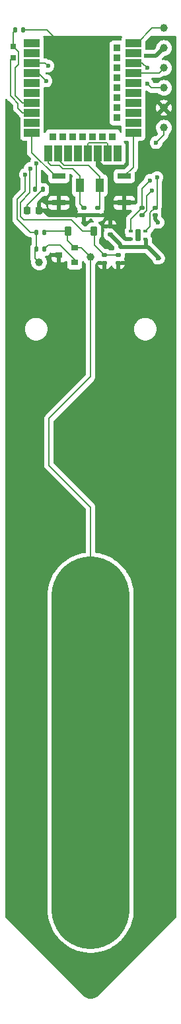
<source format=gtl>
G04 #@! TF.GenerationSoftware,KiCad,Pcbnew,7.0.9*
G04 #@! TF.CreationDate,2023-12-13T18:27:34+01:00*
G04 #@! TF.ProjectId,parasite,70617261-7369-4746-952e-6b696361645f,2.0.0*
G04 #@! TF.SameCoordinates,Original*
G04 #@! TF.FileFunction,Copper,L1,Top*
G04 #@! TF.FilePolarity,Positive*
%FSLAX46Y46*%
G04 Gerber Fmt 4.6, Leading zero omitted, Abs format (unit mm)*
G04 Created by KiCad (PCBNEW 7.0.9) date 2023-12-13 18:27:34*
%MOMM*%
%LPD*%
G01*
G04 APERTURE LIST*
G04 Aperture macros list*
%AMRoundRect*
0 Rectangle with rounded corners*
0 $1 Rounding radius*
0 $2 $3 $4 $5 $6 $7 $8 $9 X,Y pos of 4 corners*
0 Add a 4 corners polygon primitive as box body*
4,1,4,$2,$3,$4,$5,$6,$7,$8,$9,$2,$3,0*
0 Add four circle primitives for the rounded corners*
1,1,$1+$1,$2,$3*
1,1,$1+$1,$4,$5*
1,1,$1+$1,$6,$7*
1,1,$1+$1,$8,$9*
0 Add four rect primitives between the rounded corners*
20,1,$1+$1,$2,$3,$4,$5,0*
20,1,$1+$1,$4,$5,$6,$7,0*
20,1,$1+$1,$6,$7,$8,$9,0*
20,1,$1+$1,$8,$9,$2,$3,0*%
G04 Aperture macros list end*
G04 #@! TA.AperFunction,SMDPad,CuDef*
%ADD10RoundRect,0.225000X0.225000X0.375000X-0.225000X0.375000X-0.225000X-0.375000X0.225000X-0.375000X0*%
G04 #@! TD*
G04 #@! TA.AperFunction,SMDPad,CuDef*
%ADD11RoundRect,0.147500X-0.172500X0.147500X-0.172500X-0.147500X0.172500X-0.147500X0.172500X0.147500X0*%
G04 #@! TD*
G04 #@! TA.AperFunction,SMDPad,CuDef*
%ADD12RoundRect,0.147500X0.147500X0.172500X-0.147500X0.172500X-0.147500X-0.172500X0.147500X-0.172500X0*%
G04 #@! TD*
G04 #@! TA.AperFunction,SMDPad,CuDef*
%ADD13R,0.900000X0.800000*%
G04 #@! TD*
G04 #@! TA.AperFunction,SMDPad,CuDef*
%ADD14RoundRect,0.147500X-0.147500X-0.172500X0.147500X-0.172500X0.147500X0.172500X-0.147500X0.172500X0*%
G04 #@! TD*
G04 #@! TA.AperFunction,SMDPad,CuDef*
%ADD15C,1.000000*%
G04 #@! TD*
G04 #@! TA.AperFunction,SMDPad,CuDef*
%ADD16RoundRect,0.147500X0.172500X-0.147500X0.172500X0.147500X-0.172500X0.147500X-0.172500X-0.147500X0*%
G04 #@! TD*
G04 #@! TA.AperFunction,SMDPad,CuDef*
%ADD17R,1.000000X1.800000*%
G04 #@! TD*
G04 #@! TA.AperFunction,SMDPad,CuDef*
%ADD18RoundRect,0.218750X0.218750X0.256250X-0.218750X0.256250X-0.218750X-0.256250X0.218750X-0.256250X0*%
G04 #@! TD*
G04 #@! TA.AperFunction,SMDPad,CuDef*
%ADD19RoundRect,0.087500X0.187500X0.087500X-0.187500X0.087500X-0.187500X-0.087500X0.187500X-0.087500X0*%
G04 #@! TD*
G04 #@! TA.AperFunction,SMDPad,CuDef*
%ADD20RoundRect,0.175000X0.175000X0.625000X-0.175000X0.625000X-0.175000X-0.625000X0.175000X-0.625000X0*%
G04 #@! TD*
G04 #@! TA.AperFunction,SMDPad,CuDef*
%ADD21R,2.000000X1.000000*%
G04 #@! TD*
G04 #@! TA.AperFunction,SMDPad,CuDef*
%ADD22R,1.000000X2.000000*%
G04 #@! TD*
G04 #@! TA.AperFunction,SMDPad,CuDef*
%ADD23R,0.900000X0.900000*%
G04 #@! TD*
G04 #@! TA.AperFunction,SMDPad,CuDef*
%ADD24R,0.800000X0.800000*%
G04 #@! TD*
G04 #@! TA.AperFunction,SMDPad,CuDef*
%ADD25R,1.700000X0.800000*%
G04 #@! TD*
G04 #@! TA.AperFunction,ViaPad*
%ADD26C,0.600000*%
G04 #@! TD*
G04 #@! TA.AperFunction,Conductor*
%ADD27C,0.500000*%
G04 #@! TD*
G04 #@! TA.AperFunction,Conductor*
%ADD28C,0.200000*%
G04 #@! TD*
G04 #@! TA.AperFunction,Conductor*
%ADD29C,10.000000*%
G04 #@! TD*
G04 APERTURE END LIST*
D10*
X68392000Y-55536000D03*
X65092000Y-55536000D03*
D11*
X69762000Y-58584000D03*
X69762000Y-59554000D03*
X71540000Y-58584000D03*
X71540000Y-59554000D03*
D12*
X62015000Y-57822000D03*
X61045000Y-57822000D03*
D13*
X65936000Y-59518000D03*
X65936000Y-57618000D03*
X63936000Y-58568000D03*
D14*
X61045000Y-55663000D03*
X62015000Y-55663000D03*
D15*
X77382000Y-34708000D03*
X77382000Y-37248000D03*
X67984000Y-58838000D03*
X61380000Y-59473000D03*
D12*
X61865000Y-50202000D03*
X60895000Y-50202000D03*
D16*
X70524000Y-55917000D03*
X70524000Y-54947000D03*
D17*
X69138500Y-49694000D03*
X66638500Y-49694000D03*
D18*
X61405500Y-52869000D03*
X59830500Y-52869000D03*
D11*
X68884500Y-52534000D03*
X68884500Y-53504000D03*
D16*
X67106500Y-53481000D03*
X67106500Y-52511000D03*
D11*
X74588000Y-52534000D03*
X74588000Y-53504000D03*
D16*
X76239000Y-53504000D03*
X76239000Y-52534000D03*
D19*
X75005000Y-56544000D03*
X75005000Y-55544000D03*
X73155000Y-55544000D03*
X73155000Y-56544000D03*
D20*
X74080000Y-56044000D03*
D15*
X77382000Y-42328000D03*
D21*
X60468000Y-31542550D03*
X60468000Y-32812550D03*
X60468000Y-34082550D03*
X60468000Y-35352550D03*
X60468000Y-36622550D03*
X60468000Y-37892550D03*
X60468000Y-39162550D03*
X60468000Y-40432550D03*
X60468000Y-41702550D03*
X60468000Y-42972550D03*
D22*
X62528000Y-45572550D03*
D23*
X63158000Y-43472550D03*
D22*
X63798000Y-45572550D03*
D23*
X64428000Y-43472550D03*
D22*
X65068000Y-45572550D03*
D23*
X65698000Y-43472550D03*
D22*
X66338000Y-45572550D03*
D23*
X66968000Y-43472550D03*
D22*
X67608000Y-45572550D03*
D23*
X68238000Y-43472550D03*
D22*
X68878000Y-45572550D03*
D23*
X69508000Y-43472550D03*
D22*
X70148000Y-45572550D03*
D23*
X70778000Y-43472550D03*
D22*
X71418000Y-45572550D03*
D21*
X73468000Y-42972550D03*
X73468000Y-41702550D03*
D23*
X71368000Y-41067550D03*
D21*
X73468000Y-40432550D03*
D23*
X71368000Y-39797550D03*
D21*
X73468000Y-39162550D03*
D23*
X71368000Y-38527550D03*
D21*
X73468000Y-37892550D03*
D23*
X71368000Y-37257550D03*
D21*
X73468000Y-36622550D03*
D23*
X71368000Y-35987550D03*
D21*
X73468000Y-35352550D03*
D23*
X71368000Y-34717550D03*
D21*
X73468000Y-34082550D03*
D23*
X71368000Y-33447550D03*
D21*
X73468000Y-32812550D03*
D23*
X71368000Y-32177550D03*
D21*
X73468000Y-31542550D03*
D12*
X59325000Y-29882000D03*
X58355000Y-29882000D03*
D24*
X58078000Y-33426000D03*
X58078000Y-31926000D03*
D15*
X77382000Y-32168000D03*
D25*
X72302000Y-48502000D03*
X72302000Y-51902000D03*
X63920000Y-48502000D03*
X63920000Y-51902000D03*
D15*
X77382000Y-29628000D03*
X77362000Y-39788000D03*
D26*
X60999000Y-36613000D03*
X74969000Y-63918000D03*
X75731000Y-63918000D03*
X60618000Y-64172000D03*
X58078000Y-42201000D03*
X77255000Y-63918000D03*
X64682000Y-32168000D03*
X62269000Y-51472000D03*
X58078000Y-43979000D03*
X70397000Y-51726000D03*
X59983000Y-36613000D03*
X69254000Y-38899000D03*
X76493000Y-63918000D03*
X58078000Y-41312000D03*
X59856000Y-64172000D03*
X70397000Y-48678000D03*
X61380000Y-64172000D03*
X67857000Y-32168000D03*
X68873000Y-32168000D03*
X66714000Y-32168000D03*
X70397000Y-50202000D03*
X65698000Y-32168000D03*
X69254000Y-37375000D03*
X62142000Y-64172000D03*
X70397000Y-49440000D03*
X69762000Y-32168000D03*
X70397000Y-50964000D03*
X58078000Y-43090000D03*
X69254000Y-38137000D03*
X60237000Y-47535000D03*
X62523000Y-34454000D03*
X67603000Y-45630000D03*
X75096000Y-33184000D03*
X67603000Y-44995000D03*
X75858000Y-50329000D03*
X76620000Y-58965000D03*
X70148000Y-44995000D03*
X70143000Y-45630000D03*
X76620000Y-54393000D03*
X65063000Y-45630000D03*
X59602000Y-48297000D03*
X60999000Y-46900000D03*
X62269000Y-36359000D03*
X75604000Y-49059000D03*
X73468000Y-36622550D03*
X73468000Y-37892550D03*
X76493000Y-48678000D03*
X73468000Y-42972550D03*
X76366000Y-44233000D03*
X75223000Y-36740000D03*
X75223000Y-34708000D03*
D27*
X70397000Y-48220572D02*
X70397000Y-48678000D01*
X73155000Y-56544000D02*
X72421000Y-56544000D01*
X63920000Y-51902000D02*
X63920000Y-53481000D01*
X62673000Y-53481000D02*
X63920000Y-53481000D01*
X67106500Y-53481000D02*
X68861500Y-53481000D01*
X72421000Y-56544000D02*
X70905000Y-55028000D01*
X62061000Y-52869000D02*
X61405500Y-52869000D01*
X68878000Y-45572550D02*
X68878000Y-46701572D01*
X63920000Y-53481000D02*
X67106500Y-53481000D01*
X62673000Y-53481000D02*
X62061000Y-52869000D01*
X68878000Y-46701572D02*
X70397000Y-48220572D01*
D28*
X59325000Y-29882000D02*
X62396000Y-29882000D01*
X62396000Y-29882000D02*
X64682000Y-32168000D01*
X68492000Y-57314000D02*
X69762000Y-58584000D01*
X60202000Y-47570000D02*
X60237000Y-47535000D01*
X68492000Y-55536000D02*
X66968000Y-55536000D01*
X65530520Y-54098520D02*
X59434520Y-54098520D01*
X68492000Y-55536000D02*
X68492000Y-57314000D01*
X58986000Y-53650000D02*
X58986000Y-51834000D01*
X58986000Y-51834000D02*
X60202000Y-50618000D01*
X60237000Y-47535000D02*
X60364000Y-47662000D01*
X66968000Y-55536000D02*
X65530520Y-54098520D01*
X62151550Y-34082550D02*
X60468000Y-34082550D01*
X60202000Y-50618000D02*
X60202000Y-47570000D01*
X69762000Y-58584000D02*
X71286000Y-58584000D01*
X59434520Y-54098520D02*
X58986000Y-53650000D01*
X62523000Y-34454000D02*
X62151550Y-34082550D01*
X65698000Y-47554000D02*
X66638500Y-48494500D01*
X63983764Y-47154000D02*
X64383765Y-47554000D01*
X64383765Y-47554000D02*
X65698000Y-47554000D01*
X62528000Y-46772550D02*
X62909450Y-47154000D01*
X62528000Y-45572550D02*
X62528000Y-46772550D01*
X66638500Y-52043000D02*
X67106500Y-52511000D01*
X66638500Y-48494500D02*
X66638500Y-49694000D01*
X66638500Y-49694000D02*
X66638500Y-52043000D01*
X62909450Y-47154000D02*
X63983764Y-47154000D01*
X64549450Y-47154000D02*
X67709685Y-47154000D01*
X63798000Y-45572550D02*
X63798000Y-46402550D01*
X69138500Y-49694000D02*
X69138500Y-52280000D01*
X69138500Y-48582815D02*
X69138500Y-49694000D01*
X68884500Y-52534000D02*
X69138500Y-52280000D01*
X67709685Y-47154000D02*
X69138500Y-48582815D01*
X63798000Y-46402550D02*
X64549450Y-47154000D01*
X59830500Y-52869000D02*
X59830500Y-52236500D01*
X59830500Y-52236500D02*
X61865000Y-50202000D01*
D27*
X75350000Y-57568000D02*
X75096000Y-57568000D01*
D28*
X74588000Y-53504000D02*
X75207520Y-52884480D01*
D27*
X71794000Y-57187000D02*
X71794000Y-57568000D01*
X71794000Y-57568000D02*
X74239204Y-57568000D01*
X75096000Y-57568000D02*
X75096000Y-56635000D01*
D28*
X67603000Y-44377550D02*
X67603000Y-44995000D01*
X70148000Y-44372550D02*
X70048489Y-44273039D01*
X70148000Y-45572550D02*
X70148000Y-44372550D01*
D27*
X76239000Y-54012000D02*
X76620000Y-54393000D01*
D28*
X75207520Y-52884480D02*
X75207520Y-50979480D01*
D27*
X76747000Y-58965000D02*
X75350000Y-57568000D01*
X76366000Y-33184000D02*
X77382000Y-32168000D01*
X75096000Y-57568000D02*
X74239204Y-57568000D01*
X70524000Y-55917000D02*
X71794000Y-57187000D01*
D28*
X70048489Y-44273039D02*
X67707511Y-44273039D01*
X75207520Y-50979480D02*
X75858000Y-50329000D01*
X67707511Y-44273039D02*
X67603000Y-44377550D01*
D27*
X76239000Y-53504000D02*
X76239000Y-54012000D01*
X76620000Y-58965000D02*
X76747000Y-58965000D01*
X75096000Y-33184000D02*
X76366000Y-33184000D01*
D28*
X64992000Y-56674000D02*
X65936000Y-57618000D01*
X62650000Y-85381000D02*
X67984000Y-90715000D01*
X67984000Y-101984000D02*
X68000000Y-102000000D01*
D29*
X68000000Y-102000000D02*
X68000000Y-142000000D01*
D28*
X67984000Y-58838000D02*
X67984000Y-74078000D01*
X62015000Y-55663000D02*
X62142000Y-55536000D01*
X67984000Y-90715000D02*
X67984000Y-101984000D01*
X62142000Y-55536000D02*
X64992000Y-55536000D01*
X64992000Y-55536000D02*
X64992000Y-56674000D01*
X62650000Y-79412000D02*
X62650000Y-85381000D01*
X66764000Y-57618000D02*
X67984000Y-58838000D01*
X67984000Y-74078000D02*
X62650000Y-79412000D01*
X65936000Y-57618000D02*
X66764000Y-57618000D01*
X64174000Y-57356000D02*
X64174000Y-57314000D01*
X62523000Y-57314000D02*
X62015000Y-57822000D01*
X65936000Y-59518000D02*
X65936000Y-59118000D01*
X65936000Y-59118000D02*
X64174000Y-57356000D01*
X64174000Y-57314000D02*
X62523000Y-57314000D01*
X58677511Y-39244511D02*
X57951000Y-38518000D01*
X57697000Y-38264000D02*
X57697000Y-33565000D01*
X59268000Y-40432550D02*
X58677511Y-39842061D01*
X58677511Y-39842061D02*
X58677511Y-39244511D01*
X60468000Y-40432550D02*
X59268000Y-40432550D01*
X57951000Y-38518000D02*
X57697000Y-38264000D01*
X58078000Y-31926000D02*
X58078000Y-30159000D01*
X58332000Y-34708000D02*
X58777511Y-34262489D01*
X58777511Y-34262489D02*
X58777511Y-32625511D01*
X58777511Y-32625511D02*
X58078000Y-31926000D01*
X60468000Y-39162550D02*
X59268000Y-39162550D01*
X58332000Y-38226550D02*
X58332000Y-34708000D01*
X59268000Y-39162550D02*
X58332000Y-38226550D01*
X58078000Y-30159000D02*
X58355000Y-29882000D01*
X59729000Y-48424000D02*
X59602000Y-48297000D01*
X61380000Y-59473000D02*
X60872000Y-58965000D01*
X59602000Y-50456000D02*
X59602000Y-48297000D01*
X61045000Y-57822000D02*
X61045000Y-55663000D01*
X58586000Y-54012000D02*
X58586000Y-51472000D01*
X61045000Y-55663000D02*
X60237000Y-55663000D01*
X58586000Y-51472000D02*
X59602000Y-50456000D01*
X60872000Y-58965000D02*
X60872000Y-57995000D01*
X60237000Y-55663000D02*
X58586000Y-54012000D01*
X60872000Y-57995000D02*
X61045000Y-57822000D01*
X61262550Y-35352550D02*
X62269000Y-36359000D01*
X61022000Y-46923000D02*
X60999000Y-46900000D01*
X60999000Y-46900000D02*
X60999000Y-50098000D01*
X60999000Y-50098000D02*
X60895000Y-50202000D01*
X60468000Y-35352550D02*
X61262550Y-35352550D01*
X73155000Y-53967000D02*
X73155000Y-55544000D01*
X74588000Y-50075000D02*
X75604000Y-49059000D01*
X74588000Y-52534000D02*
X74588000Y-50075000D01*
X74588000Y-52534000D02*
X73155000Y-53967000D01*
X76239000Y-52534000D02*
X76493000Y-52280000D01*
X75619480Y-53153520D02*
X75619480Y-54929520D01*
X76239000Y-52534000D02*
X75619480Y-53153520D01*
X75619480Y-54929520D02*
X75005000Y-55544000D01*
X76493000Y-52280000D02*
X76493000Y-48678000D01*
X77382000Y-42328000D02*
X77382000Y-43217000D01*
X77382000Y-43217000D02*
X76366000Y-44233000D01*
X73468000Y-47336000D02*
X72302000Y-48502000D01*
X73468000Y-42972550D02*
X73468000Y-47336000D01*
X63470000Y-48502000D02*
X60468000Y-45500000D01*
X63920000Y-48502000D02*
X63470000Y-48502000D01*
X60468000Y-45500000D02*
X60468000Y-42972550D01*
X76737450Y-35352550D02*
X73468000Y-35352550D01*
X77382000Y-34708000D02*
X76737450Y-35352550D01*
X74597550Y-34082550D02*
X73468000Y-34082550D01*
X75223000Y-34708000D02*
X74597550Y-34082550D01*
X75731000Y-37248000D02*
X75223000Y-36740000D01*
X77382000Y-37248000D02*
X75731000Y-37248000D01*
X73943450Y-31542550D02*
X75858000Y-29628000D01*
X73468000Y-31542550D02*
X73943450Y-31542550D01*
X75858000Y-29628000D02*
X77382000Y-29628000D01*
G04 #@! TA.AperFunction,Conductor*
G36*
X77129958Y-30605424D02*
G01*
X77184299Y-30621908D01*
X77184305Y-30621908D01*
X77184307Y-30621909D01*
X77381997Y-30641380D01*
X77382000Y-30641380D01*
X77382003Y-30641380D01*
X77579692Y-30621909D01*
X77579692Y-30621908D01*
X77579701Y-30621908D01*
X77634041Y-30605424D01*
X77670611Y-30600000D01*
X78848500Y-30600000D01*
X78916621Y-30620002D01*
X78963114Y-30673658D01*
X78974500Y-30726000D01*
X78974500Y-142937245D01*
X78954498Y-143005366D01*
X78937595Y-143026340D01*
X68983726Y-152980208D01*
X68980092Y-152983567D01*
X68823804Y-153117049D01*
X68807809Y-153128670D01*
X68638915Y-153232169D01*
X68621298Y-153241146D01*
X68438297Y-153316947D01*
X68419493Y-153323057D01*
X68226884Y-153369298D01*
X68207356Y-153372391D01*
X68009886Y-153387932D01*
X67990114Y-153387932D01*
X67792643Y-153372391D01*
X67773115Y-153369298D01*
X67580506Y-153323057D01*
X67561702Y-153316947D01*
X67378701Y-153241146D01*
X67361084Y-153232169D01*
X67192190Y-153128670D01*
X67176195Y-153117049D01*
X67019902Y-152983563D01*
X67016281Y-152980216D01*
X62030568Y-147994503D01*
X57062405Y-143026340D01*
X57028379Y-142964028D01*
X57025500Y-142937245D01*
X57025500Y-68000000D01*
X59555352Y-68000000D01*
X59574292Y-68228575D01*
X59575056Y-68237788D01*
X59633625Y-68469072D01*
X59633628Y-68469079D01*
X59729469Y-68687575D01*
X59859969Y-68887321D01*
X60021561Y-69062857D01*
X60021565Y-69062861D01*
X60149690Y-69162585D01*
X60209852Y-69209411D01*
X60419692Y-69322970D01*
X60419693Y-69322970D01*
X60419694Y-69322971D01*
X60538176Y-69363645D01*
X60645360Y-69400442D01*
X60880702Y-69439714D01*
X60880706Y-69439714D01*
X61119294Y-69439714D01*
X61119298Y-69439714D01*
X61354640Y-69400442D01*
X61580308Y-69322970D01*
X61790148Y-69209411D01*
X61978433Y-69062862D01*
X62140030Y-68887321D01*
X62270530Y-68687576D01*
X62366373Y-68469076D01*
X62424945Y-68237781D01*
X62444648Y-68000000D01*
X62424945Y-67762219D01*
X62366373Y-67530924D01*
X62270530Y-67312424D01*
X62140030Y-67112678D01*
X61978438Y-66937142D01*
X61978434Y-66937138D01*
X61790148Y-66790589D01*
X61790147Y-66790588D01*
X61674960Y-66728253D01*
X61580308Y-66677030D01*
X61580306Y-66677029D01*
X61580305Y-66677028D01*
X61354644Y-66599559D01*
X61354637Y-66599557D01*
X61253917Y-66582750D01*
X61119298Y-66560286D01*
X60880702Y-66560286D01*
X60762925Y-66579939D01*
X60645362Y-66599557D01*
X60645355Y-66599559D01*
X60419694Y-66677028D01*
X60419692Y-66677030D01*
X60209852Y-66790588D01*
X60209851Y-66790589D01*
X60021565Y-66937138D01*
X60021561Y-66937142D01*
X59859969Y-67112678D01*
X59729469Y-67312424D01*
X59633628Y-67530920D01*
X59633625Y-67530927D01*
X59575056Y-67762211D01*
X59575055Y-67762217D01*
X59575055Y-67762219D01*
X59555352Y-68000000D01*
X57025500Y-68000000D01*
X57025500Y-38759638D01*
X57045502Y-38691517D01*
X57099158Y-38645024D01*
X57169432Y-38634920D01*
X57234012Y-38664414D01*
X57251459Y-38682929D01*
X57263013Y-38697987D01*
X57263015Y-38697989D01*
X57291651Y-38719962D01*
X57297844Y-38725393D01*
X57492523Y-38920072D01*
X57690971Y-39118520D01*
X58032106Y-39459655D01*
X58066132Y-39521967D01*
X58069011Y-39548750D01*
X58069011Y-39798049D01*
X58068471Y-39806280D01*
X58063761Y-39842059D01*
X58063761Y-39842063D01*
X58068766Y-39880081D01*
X58068768Y-39880102D01*
X58069011Y-39881946D01*
X58082119Y-39981517D01*
X58084673Y-40000912D01*
X58145986Y-40148935D01*
X58145991Y-40148943D01*
X58219036Y-40244135D01*
X58243525Y-40276049D01*
X58272162Y-40298023D01*
X58278355Y-40303454D01*
X58806605Y-40831704D01*
X58812037Y-40837898D01*
X58834013Y-40866537D01*
X58864140Y-40889654D01*
X58864152Y-40889664D01*
X58865927Y-40891026D01*
X58865929Y-40891028D01*
X58914541Y-40928329D01*
X58956408Y-40985667D01*
X58963115Y-41014821D01*
X58966853Y-41049585D01*
X58965265Y-41049755D01*
X58965265Y-41085341D01*
X58966853Y-41085512D01*
X58959500Y-41153900D01*
X58959500Y-42251199D01*
X58966853Y-42319588D01*
X58965265Y-42319758D01*
X58965265Y-42355341D01*
X58966853Y-42355512D01*
X58959500Y-42423900D01*
X58959500Y-43521199D01*
X58966009Y-43581746D01*
X58966011Y-43581754D01*
X59017110Y-43718752D01*
X59017112Y-43718757D01*
X59104738Y-43835811D01*
X59221792Y-43923437D01*
X59221794Y-43923438D01*
X59221796Y-43923439D01*
X59280875Y-43945474D01*
X59358795Y-43974538D01*
X59358803Y-43974540D01*
X59419350Y-43981049D01*
X59419355Y-43981049D01*
X59419362Y-43981050D01*
X59733500Y-43981050D01*
X59801621Y-44001052D01*
X59848114Y-44054708D01*
X59859500Y-44107050D01*
X59859500Y-45455988D01*
X59858960Y-45464219D01*
X59854250Y-45499998D01*
X59854250Y-45500001D01*
X59858680Y-45533650D01*
X59858680Y-45533656D01*
X59869419Y-45615230D01*
X59875161Y-45658848D01*
X59875161Y-45658849D01*
X59936475Y-45806874D01*
X59936480Y-45806882D01*
X60009525Y-45902074D01*
X60034014Y-45933988D01*
X60062651Y-45955962D01*
X60068844Y-45961393D01*
X60344811Y-46237360D01*
X60378837Y-46299672D01*
X60373772Y-46370487D01*
X60362403Y-46393491D01*
X60265958Y-46546981D01*
X60265958Y-46546982D01*
X60229764Y-46650417D01*
X60188385Y-46708108D01*
X60124945Y-46734008D01*
X60055957Y-46741782D01*
X60055950Y-46741783D01*
X59883984Y-46801957D01*
X59883981Y-46801958D01*
X59729720Y-46898887D01*
X59729718Y-46898888D01*
X59600888Y-47027718D01*
X59600887Y-47027720D01*
X59503958Y-47181981D01*
X59503957Y-47181984D01*
X59443783Y-47353950D01*
X59443782Y-47353957D01*
X59436008Y-47422945D01*
X59408504Y-47488397D01*
X59352417Y-47527764D01*
X59248982Y-47563958D01*
X59248981Y-47563958D01*
X59094720Y-47660887D01*
X59094718Y-47660888D01*
X58965888Y-47789718D01*
X58965887Y-47789720D01*
X58868958Y-47943981D01*
X58868957Y-47943984D01*
X58817016Y-48092425D01*
X58808783Y-48115953D01*
X58788384Y-48297000D01*
X58808783Y-48478047D01*
X58808783Y-48478049D01*
X58808784Y-48478050D01*
X58868957Y-48650015D01*
X58868958Y-48650018D01*
X58965883Y-48804273D01*
X58966001Y-48804421D01*
X58966047Y-48804534D01*
X58969653Y-48810273D01*
X58968648Y-48810904D01*
X58992844Y-48870148D01*
X58993500Y-48882993D01*
X58993500Y-50151759D01*
X58973498Y-50219880D01*
X58956595Y-50240855D01*
X58186848Y-51010601D01*
X58180647Y-51016039D01*
X58152013Y-51038012D01*
X58126460Y-51071311D01*
X58126440Y-51071339D01*
X58054474Y-51165126D01*
X58026879Y-51231751D01*
X57993161Y-51313151D01*
X57984960Y-51375449D01*
X57977500Y-51432115D01*
X57977500Y-51432120D01*
X57977500Y-51432121D01*
X57972250Y-51471999D01*
X57972250Y-51472000D01*
X57976960Y-51507779D01*
X57977500Y-51516011D01*
X57977500Y-53967988D01*
X57976960Y-53976219D01*
X57972250Y-54012000D01*
X57977500Y-54051879D01*
X57977500Y-54051885D01*
X57983640Y-54098520D01*
X57993162Y-54170851D01*
X58019679Y-54234869D01*
X58054475Y-54318874D01*
X58054480Y-54318882D01*
X58080095Y-54352263D01*
X58127523Y-54414072D01*
X58127525Y-54414074D01*
X58145702Y-54437763D01*
X58152014Y-54445988D01*
X58180651Y-54467962D01*
X58186844Y-54473393D01*
X59775605Y-56062154D01*
X59781037Y-56068348D01*
X59803012Y-56096986D01*
X59832836Y-56119871D01*
X59832873Y-56119901D01*
X59895475Y-56167937D01*
X59930124Y-56194524D01*
X60078149Y-56255838D01*
X60154426Y-56265880D01*
X60236999Y-56276751D01*
X60237000Y-56276751D01*
X60237001Y-56276751D01*
X60272789Y-56272040D01*
X60281020Y-56271500D01*
X60310500Y-56271500D01*
X60378621Y-56291502D01*
X60425114Y-56345158D01*
X60436500Y-56397500D01*
X60436500Y-57130584D01*
X60416498Y-57198705D01*
X60399595Y-57219679D01*
X60375042Y-57244231D01*
X60375036Y-57244238D01*
X60290669Y-57386895D01*
X60244428Y-57546057D01*
X60244426Y-57546069D01*
X60241500Y-57583250D01*
X60241501Y-58060748D01*
X60244426Y-58097934D01*
X60258497Y-58146365D01*
X60263500Y-58181518D01*
X60263500Y-58920988D01*
X60262960Y-58929219D01*
X60258250Y-58965000D01*
X60263244Y-59002936D01*
X60263247Y-59002966D01*
X60264095Y-59009406D01*
X60279161Y-59123849D01*
X60340475Y-59271874D01*
X60340480Y-59271881D01*
X60350891Y-59285450D01*
X60376490Y-59351671D01*
X60376320Y-59374501D01*
X60366620Y-59472995D01*
X60366620Y-59473003D01*
X60386090Y-59670694D01*
X60386091Y-59670700D01*
X60386092Y-59670701D01*
X60443759Y-59860804D01*
X60537405Y-60036004D01*
X60663432Y-60189568D01*
X60816996Y-60315595D01*
X60992196Y-60409241D01*
X61182299Y-60466908D01*
X61182303Y-60466908D01*
X61182305Y-60466909D01*
X61379997Y-60486380D01*
X61380000Y-60486380D01*
X61380003Y-60486380D01*
X61577694Y-60466909D01*
X61577695Y-60466908D01*
X61577701Y-60466908D01*
X61767804Y-60409241D01*
X61943004Y-60315595D01*
X62096568Y-60189568D01*
X62222595Y-60036004D01*
X62316241Y-59860804D01*
X62373908Y-59670701D01*
X62375075Y-59658858D01*
X62393380Y-59473003D01*
X62393380Y-59472996D01*
X62373909Y-59275305D01*
X62373908Y-59275303D01*
X62373908Y-59275299D01*
X62316241Y-59085196D01*
X62222595Y-58909996D01*
X62176068Y-58853302D01*
X62162773Y-58822000D01*
X62978000Y-58822000D01*
X62978000Y-59016597D01*
X62984505Y-59077093D01*
X63035555Y-59213964D01*
X63035555Y-59213965D01*
X63123095Y-59330904D01*
X63240034Y-59418444D01*
X63376906Y-59469494D01*
X63437402Y-59475999D01*
X63437415Y-59476000D01*
X63682000Y-59476000D01*
X63682000Y-58822000D01*
X62978000Y-58822000D01*
X62162773Y-58822000D01*
X62148314Y-58787958D01*
X62160295Y-58717979D01*
X62208207Y-58665587D01*
X62259652Y-58649024D01*
X62259599Y-58648731D01*
X62261826Y-58648324D01*
X62263584Y-58647758D01*
X62265937Y-58647573D01*
X62425100Y-58601332D01*
X62425102Y-58601330D01*
X62425104Y-58601330D01*
X62551635Y-58526500D01*
X62567763Y-58516962D01*
X62684962Y-58399763D01*
X62743547Y-58300699D01*
X62795439Y-58252248D01*
X62865290Y-58239543D01*
X62930921Y-58266618D01*
X62939399Y-58278791D01*
X62941095Y-58277096D01*
X62977999Y-58314000D01*
X64064000Y-58314000D01*
X64132121Y-58334002D01*
X64178614Y-58387658D01*
X64190000Y-58440000D01*
X64190000Y-59476000D01*
X64434585Y-59476000D01*
X64434597Y-59475999D01*
X64495093Y-59469494D01*
X64631964Y-59418444D01*
X64631965Y-59418444D01*
X64748903Y-59330904D01*
X64750631Y-59328597D01*
X64752941Y-59326867D01*
X64755277Y-59324532D01*
X64755612Y-59324867D01*
X64807467Y-59286050D01*
X64878283Y-59280984D01*
X64940595Y-59315009D01*
X64974620Y-59377321D01*
X64977500Y-59404105D01*
X64977500Y-59966649D01*
X64984009Y-60027196D01*
X64984011Y-60027204D01*
X65035110Y-60164202D01*
X65035112Y-60164207D01*
X65122738Y-60281261D01*
X65239792Y-60368887D01*
X65239794Y-60368888D01*
X65239796Y-60368889D01*
X65298875Y-60390924D01*
X65376795Y-60419988D01*
X65376803Y-60419990D01*
X65437350Y-60426499D01*
X65437355Y-60426499D01*
X65437362Y-60426500D01*
X65437368Y-60426500D01*
X66434632Y-60426500D01*
X66434638Y-60426500D01*
X66434645Y-60426499D01*
X66434649Y-60426499D01*
X66495196Y-60419990D01*
X66495199Y-60419989D01*
X66495201Y-60419989D01*
X66632204Y-60368889D01*
X66649696Y-60355795D01*
X66749261Y-60281261D01*
X66836887Y-60164207D01*
X66836887Y-60164206D01*
X66836889Y-60164204D01*
X66887989Y-60027201D01*
X66894500Y-59966638D01*
X66894500Y-59442097D01*
X66914502Y-59373976D01*
X66968158Y-59327483D01*
X67038432Y-59317379D01*
X67103012Y-59346873D01*
X67131621Y-59382700D01*
X67141405Y-59401004D01*
X67267432Y-59554568D01*
X67329435Y-59605453D01*
X67369402Y-59664126D01*
X67375500Y-59702849D01*
X67375500Y-73773760D01*
X67355498Y-73841881D01*
X67338595Y-73862855D01*
X62250852Y-78950598D01*
X62244651Y-78956036D01*
X62216011Y-78978014D01*
X62190460Y-79011311D01*
X62190440Y-79011339D01*
X62118332Y-79105312D01*
X62117685Y-79107031D01*
X62057162Y-79253149D01*
X62057162Y-79253150D01*
X62041500Y-79372115D01*
X62041500Y-79372120D01*
X62041500Y-79372121D01*
X62036250Y-79411999D01*
X62036250Y-79412000D01*
X62040960Y-79447779D01*
X62041500Y-79456011D01*
X62041500Y-85336988D01*
X62040960Y-85345219D01*
X62036250Y-85380998D01*
X62036250Y-85381002D01*
X62041255Y-85419020D01*
X62041257Y-85419041D01*
X62054608Y-85520455D01*
X62057162Y-85539851D01*
X62118475Y-85687874D01*
X62118480Y-85687882D01*
X62191525Y-85783074D01*
X62216014Y-85814988D01*
X62244651Y-85836962D01*
X62250844Y-85842393D01*
X66662048Y-90253597D01*
X67338595Y-90930144D01*
X67372621Y-90992456D01*
X67375500Y-91019239D01*
X67375500Y-96411955D01*
X67355498Y-96480076D01*
X67301842Y-96526569D01*
X67270794Y-96536143D01*
X66838436Y-96610278D01*
X66838430Y-96610279D01*
X66838427Y-96610280D01*
X66473713Y-96705244D01*
X66385523Y-96728207D01*
X66116005Y-96823435D01*
X65944268Y-96884114D01*
X65517816Y-97076882D01*
X65161872Y-97275723D01*
X65109247Y-97305122D01*
X64721509Y-97567188D01*
X64357394Y-97861189D01*
X64357391Y-97861192D01*
X64223453Y-97989560D01*
X64019526Y-98185008D01*
X63710327Y-98536326D01*
X63710325Y-98536329D01*
X63452629Y-98884757D01*
X63432036Y-98912601D01*
X63432037Y-98912601D01*
X63186667Y-99311107D01*
X62975969Y-99729000D01*
X62801473Y-100163249D01*
X62801473Y-100163250D01*
X62664435Y-100610727D01*
X62565838Y-101068217D01*
X62506394Y-101532428D01*
X62491500Y-101883047D01*
X62491500Y-142116953D01*
X62506394Y-142467572D01*
X62565838Y-142931783D01*
X62664435Y-143389273D01*
X62801473Y-143836750D01*
X62801473Y-143836751D01*
X62975969Y-144271000D01*
X63186667Y-144688893D01*
X63432037Y-145087399D01*
X63432036Y-145087399D01*
X63432039Y-145087403D01*
X63710325Y-145463671D01*
X63710327Y-145463673D01*
X63710327Y-145463674D01*
X64019526Y-145814992D01*
X64223453Y-146010439D01*
X64357391Y-146138808D01*
X64357394Y-146138810D01*
X64357394Y-146138811D01*
X64721509Y-146432812D01*
X65109247Y-146694878D01*
X65109249Y-146694879D01*
X65517816Y-146923118D01*
X65944268Y-147115886D01*
X66116005Y-147176564D01*
X66385523Y-147271793D01*
X66385531Y-147271795D01*
X66838427Y-147389720D01*
X66838430Y-147389720D01*
X66838436Y-147389722D01*
X67189912Y-147449987D01*
X67299691Y-147468811D01*
X67766002Y-147508500D01*
X68233998Y-147508500D01*
X68700309Y-147468811D01*
X68810087Y-147449987D01*
X69161564Y-147389722D01*
X69161569Y-147389720D01*
X69161573Y-147389720D01*
X69614469Y-147271795D01*
X69614468Y-147271795D01*
X69614477Y-147271793D01*
X69883994Y-147176564D01*
X70055732Y-147115886D01*
X70482184Y-146923118D01*
X70890751Y-146694879D01*
X70890749Y-146694879D01*
X70890753Y-146694878D01*
X71278491Y-146432812D01*
X71642606Y-146138811D01*
X71642606Y-146138810D01*
X71642609Y-146138808D01*
X71776546Y-146010439D01*
X71980474Y-145814992D01*
X72289673Y-145463674D01*
X72289673Y-145463673D01*
X72289675Y-145463671D01*
X72567961Y-145087403D01*
X72567960Y-145087403D01*
X72567964Y-145087399D01*
X72567963Y-145087399D01*
X72813333Y-144688893D01*
X73024031Y-144271000D01*
X73198527Y-143836751D01*
X73198527Y-143836750D01*
X73335565Y-143389273D01*
X73434162Y-142931783D01*
X73493606Y-142467572D01*
X73508500Y-142116953D01*
X73508500Y-101883047D01*
X73493606Y-101532428D01*
X73434162Y-101068217D01*
X73335565Y-100610727D01*
X73198527Y-100163250D01*
X73198527Y-100163249D01*
X73024031Y-99729000D01*
X72813333Y-99311107D01*
X72567963Y-98912601D01*
X72567964Y-98912601D01*
X72547370Y-98884757D01*
X72289675Y-98536329D01*
X72289673Y-98536326D01*
X71980474Y-98185008D01*
X71776546Y-97989560D01*
X71642609Y-97861192D01*
X71642606Y-97861189D01*
X71278491Y-97567188D01*
X70890753Y-97305122D01*
X70838127Y-97275723D01*
X70482184Y-97076882D01*
X70055732Y-96884114D01*
X69883994Y-96823435D01*
X69614477Y-96728207D01*
X69526286Y-96705244D01*
X69161573Y-96610280D01*
X69161569Y-96610279D01*
X69161564Y-96610278D01*
X68700266Y-96531181D01*
X68702410Y-96531457D01*
X68637401Y-96502920D01*
X68598141Y-96443766D01*
X68592500Y-96406489D01*
X68592500Y-90759011D01*
X68593040Y-90750779D01*
X68597750Y-90715000D01*
X68597750Y-90714999D01*
X68592500Y-90675121D01*
X68592500Y-90675120D01*
X68592500Y-90675115D01*
X68576838Y-90556150D01*
X68516312Y-90410027D01*
X68515665Y-90408307D01*
X68441163Y-90311216D01*
X68441154Y-90311205D01*
X68417988Y-90281013D01*
X68389346Y-90259035D01*
X68383153Y-90253604D01*
X63295405Y-85165856D01*
X63261379Y-85103544D01*
X63258500Y-85076761D01*
X63258500Y-79716238D01*
X63278502Y-79648117D01*
X63295400Y-79627148D01*
X68383160Y-74539387D01*
X68389341Y-74533966D01*
X68417987Y-74511987D01*
X68436163Y-74488298D01*
X68436170Y-74488291D01*
X68515519Y-74384882D01*
X68515524Y-74384876D01*
X68576838Y-74236851D01*
X68579391Y-74217456D01*
X68592500Y-74117885D01*
X68592500Y-74117879D01*
X68597750Y-74078000D01*
X68593040Y-74042219D01*
X68592500Y-74033988D01*
X68592500Y-68000000D01*
X73555352Y-68000000D01*
X73574292Y-68228575D01*
X73575056Y-68237788D01*
X73633625Y-68469072D01*
X73633628Y-68469079D01*
X73729469Y-68687575D01*
X73859969Y-68887321D01*
X74021561Y-69062857D01*
X74021565Y-69062861D01*
X74149690Y-69162585D01*
X74209852Y-69209411D01*
X74419692Y-69322970D01*
X74419693Y-69322970D01*
X74419694Y-69322971D01*
X74538176Y-69363645D01*
X74645360Y-69400442D01*
X74880702Y-69439714D01*
X74880706Y-69439714D01*
X75119294Y-69439714D01*
X75119298Y-69439714D01*
X75354640Y-69400442D01*
X75580308Y-69322970D01*
X75790148Y-69209411D01*
X75978433Y-69062862D01*
X76140030Y-68887321D01*
X76270530Y-68687576D01*
X76366373Y-68469076D01*
X76424945Y-68237781D01*
X76444648Y-68000000D01*
X76424945Y-67762219D01*
X76366373Y-67530924D01*
X76270530Y-67312424D01*
X76140030Y-67112678D01*
X75978438Y-66937142D01*
X75978434Y-66937138D01*
X75790148Y-66790589D01*
X75790147Y-66790588D01*
X75674960Y-66728253D01*
X75580308Y-66677030D01*
X75580306Y-66677029D01*
X75580305Y-66677028D01*
X75354644Y-66599559D01*
X75354637Y-66599557D01*
X75253917Y-66582750D01*
X75119298Y-66560286D01*
X74880702Y-66560286D01*
X74762925Y-66579939D01*
X74645362Y-66599557D01*
X74645355Y-66599559D01*
X74419694Y-66677028D01*
X74419692Y-66677030D01*
X74209852Y-66790588D01*
X74209851Y-66790589D01*
X74021565Y-66937138D01*
X74021561Y-66937142D01*
X73859969Y-67112678D01*
X73729469Y-67312424D01*
X73633628Y-67530920D01*
X73633625Y-67530927D01*
X73575056Y-67762211D01*
X73575055Y-67762217D01*
X73575055Y-67762219D01*
X73555352Y-68000000D01*
X68592500Y-68000000D01*
X68592500Y-59808000D01*
X68937837Y-59808000D01*
X68983131Y-59963902D01*
X69067436Y-60106453D01*
X69067439Y-60106457D01*
X69184542Y-60223560D01*
X69184546Y-60223563D01*
X69327098Y-60307869D01*
X69486143Y-60354076D01*
X69508000Y-60355795D01*
X69508000Y-59808000D01*
X68937837Y-59808000D01*
X68592500Y-59808000D01*
X68592500Y-59702849D01*
X68612502Y-59634728D01*
X68638560Y-59605455D01*
X68700568Y-59554568D01*
X68826595Y-59401004D01*
X68844982Y-59366603D01*
X68894734Y-59315956D01*
X68956104Y-59300000D01*
X69227614Y-59300000D01*
X69291753Y-59317547D01*
X69326895Y-59338330D01*
X69326898Y-59338330D01*
X69326900Y-59338332D01*
X69486063Y-59384573D01*
X69523253Y-59387500D01*
X69890000Y-59387499D01*
X69958120Y-59407501D01*
X70004613Y-59461156D01*
X70016000Y-59513499D01*
X70016000Y-60355794D01*
X70037860Y-60354075D01*
X70196901Y-60307869D01*
X70339453Y-60223563D01*
X70339457Y-60223560D01*
X70456560Y-60106457D01*
X70456565Y-60106450D01*
X70542547Y-59961065D01*
X70594440Y-59912612D01*
X70664290Y-59899907D01*
X70729921Y-59926983D01*
X70759453Y-59961065D01*
X70845434Y-60106450D01*
X70845439Y-60106457D01*
X70962542Y-60223560D01*
X70962546Y-60223563D01*
X71105098Y-60307869D01*
X71264143Y-60354076D01*
X71286000Y-60355795D01*
X71286000Y-59808000D01*
X71794000Y-59808000D01*
X71794000Y-60355794D01*
X71815860Y-60354075D01*
X71974901Y-60307869D01*
X72117453Y-60223563D01*
X72117457Y-60223560D01*
X72234560Y-60106457D01*
X72234563Y-60106453D01*
X72318868Y-59963902D01*
X72364163Y-59808000D01*
X71794000Y-59808000D01*
X71286000Y-59808000D01*
X71286000Y-59513499D01*
X71306002Y-59445378D01*
X71359658Y-59398885D01*
X71411996Y-59387499D01*
X71778746Y-59387499D01*
X71778748Y-59387499D01*
X71797341Y-59386036D01*
X71815937Y-59384573D01*
X71975100Y-59338332D01*
X71975102Y-59338330D01*
X71975104Y-59338330D01*
X72010247Y-59317547D01*
X72074386Y-59300000D01*
X72364163Y-59300000D01*
X72318869Y-59144099D01*
X72312678Y-59133631D01*
X72295218Y-59064815D01*
X72312678Y-59005349D01*
X72319332Y-58994100D01*
X72365573Y-58834937D01*
X72368500Y-58797747D01*
X72368499Y-58452499D01*
X72388501Y-58384380D01*
X72442156Y-58337887D01*
X72494499Y-58326500D01*
X74150548Y-58326500D01*
X74983629Y-58326500D01*
X75051750Y-58346502D01*
X75072724Y-58363405D01*
X75792661Y-59083342D01*
X75823759Y-59139609D01*
X75824446Y-59139369D01*
X75825859Y-59143407D01*
X75826406Y-59144397D01*
X75826782Y-59146046D01*
X75886957Y-59318015D01*
X75886958Y-59318018D01*
X75983887Y-59472279D01*
X75983888Y-59472281D01*
X76112718Y-59601111D01*
X76112720Y-59601112D01*
X76266981Y-59698041D01*
X76266982Y-59698041D01*
X76266985Y-59698043D01*
X76438953Y-59758217D01*
X76620000Y-59778616D01*
X76801047Y-59758217D01*
X76973015Y-59698043D01*
X76980091Y-59693597D01*
X77014518Y-59678575D01*
X77028949Y-59674709D01*
X77050266Y-59663213D01*
X77066969Y-59655718D01*
X77089732Y-59647435D01*
X77133842Y-59618423D01*
X77138548Y-59615612D01*
X77185019Y-59590557D01*
X77203114Y-59574452D01*
X77217627Y-59563316D01*
X77237874Y-59550001D01*
X77274106Y-59511595D01*
X77278040Y-59507774D01*
X77317476Y-59472681D01*
X77331372Y-59452834D01*
X77342922Y-59438655D01*
X77359553Y-59421029D01*
X77385962Y-59375284D01*
X77388893Y-59370684D01*
X77419178Y-59327435D01*
X77428118Y-59304929D01*
X77436092Y-59288456D01*
X77448209Y-59267472D01*
X77463360Y-59216859D01*
X77465145Y-59211723D01*
X77484642Y-59162650D01*
X77488152Y-59138684D01*
X77492115Y-59120813D01*
X77494204Y-59113834D01*
X77499062Y-59097609D01*
X77502131Y-59044896D01*
X77502687Y-59039452D01*
X77510341Y-58987211D01*
X77508229Y-58963081D01*
X77507963Y-58944783D01*
X77509372Y-58920597D01*
X77500205Y-58868609D01*
X77499487Y-58863157D01*
X77497286Y-58838000D01*
X77494887Y-58810573D01*
X77487268Y-58787581D01*
X77482787Y-58769827D01*
X77478583Y-58745983D01*
X77478582Y-58745981D01*
X77478582Y-58745979D01*
X77457671Y-58697503D01*
X77455717Y-58692367D01*
X77446843Y-58665587D01*
X77439114Y-58642261D01*
X77426395Y-58621640D01*
X77417946Y-58605410D01*
X77408352Y-58583168D01*
X77376828Y-58540823D01*
X77373741Y-58536274D01*
X77346031Y-58491351D01*
X77346030Y-58491349D01*
X77346028Y-58491347D01*
X77346025Y-58491343D01*
X77328910Y-58474229D01*
X77316936Y-58460375D01*
X77302469Y-58440942D01*
X77262021Y-58407002D01*
X77257978Y-58403297D01*
X75931908Y-57077227D01*
X75919936Y-57063375D01*
X75918876Y-57061951D01*
X75905469Y-57043942D01*
X75902280Y-57041266D01*
X75899506Y-57038938D01*
X75860181Y-56979828D01*
X75854500Y-56942419D01*
X75854500Y-56590817D01*
X75839079Y-56458887D01*
X75839078Y-56458885D01*
X75837406Y-56454292D01*
X75782059Y-56302225D01*
X75778436Y-56292270D01*
X75778435Y-56292268D01*
X75761079Y-56265880D01*
X75749941Y-56244858D01*
X75713106Y-56155928D01*
X75686077Y-56120705D01*
X75660475Y-56054485D01*
X75674739Y-55984936D01*
X75686069Y-55967304D01*
X75713105Y-55932072D01*
X75773160Y-55787087D01*
X75788500Y-55670566D01*
X75788500Y-55670552D01*
X75788770Y-55666443D01*
X75790462Y-55666554D01*
X75808502Y-55605117D01*
X75825400Y-55584147D01*
X76018635Y-55390911D01*
X76024817Y-55385489D01*
X76053467Y-55363507D01*
X76127495Y-55267033D01*
X76151004Y-55236396D01*
X76160023Y-55214620D01*
X76204567Y-55159342D01*
X76271930Y-55136919D01*
X76318046Y-55143910D01*
X76438953Y-55186217D01*
X76620000Y-55206616D01*
X76801047Y-55186217D01*
X76973015Y-55126043D01*
X77127281Y-55029111D01*
X77256111Y-54900281D01*
X77353043Y-54746015D01*
X77413217Y-54574047D01*
X77433616Y-54393000D01*
X77413217Y-54211953D01*
X77353043Y-54039985D01*
X77353041Y-54039982D01*
X77353041Y-54039981D01*
X77256112Y-53885720D01*
X77256111Y-53885718D01*
X77127285Y-53756892D01*
X77127281Y-53756889D01*
X77126463Y-53756375D01*
X77126047Y-53755905D01*
X77121751Y-53752479D01*
X77122351Y-53751726D01*
X77079425Y-53703197D01*
X77067499Y-53649691D01*
X77067499Y-53290254D01*
X77064573Y-53253063D01*
X77018332Y-53093900D01*
X77011969Y-53083142D01*
X76994508Y-53014327D01*
X77011970Y-52954857D01*
X77012517Y-52953932D01*
X77018332Y-52944100D01*
X77064573Y-52784937D01*
X77066435Y-52761270D01*
X77067500Y-52747751D01*
X77067499Y-52508187D01*
X77077091Y-52459966D01*
X77085838Y-52438850D01*
X77101500Y-52319885D01*
X77101500Y-52319877D01*
X77106750Y-52280000D01*
X77106750Y-52279998D01*
X77102040Y-52244219D01*
X77101500Y-52235988D01*
X77101500Y-49263993D01*
X77121502Y-49195872D01*
X77128999Y-49185421D01*
X77129104Y-49185287D01*
X77129111Y-49185281D01*
X77226043Y-49031015D01*
X77286217Y-48859047D01*
X77306616Y-48678000D01*
X77286217Y-48496953D01*
X77226043Y-48324985D01*
X77226041Y-48324982D01*
X77226041Y-48324981D01*
X77129112Y-48170720D01*
X77129111Y-48170718D01*
X77000281Y-48041888D01*
X77000279Y-48041887D01*
X76846018Y-47944958D01*
X76846015Y-47944957D01*
X76674050Y-47884784D01*
X76674049Y-47884783D01*
X76674047Y-47884783D01*
X76493000Y-47864384D01*
X76311953Y-47884783D01*
X76311950Y-47884783D01*
X76311949Y-47884784D01*
X76139984Y-47944957D01*
X76139981Y-47944958D01*
X75985720Y-48041887D01*
X75985718Y-48041888D01*
X75856892Y-48170714D01*
X75856890Y-48170717D01*
X75838474Y-48200024D01*
X75785293Y-48247060D01*
X75717683Y-48258192D01*
X75604001Y-48245384D01*
X75604000Y-48245384D01*
X75422953Y-48265783D01*
X75422950Y-48265783D01*
X75422949Y-48265784D01*
X75250984Y-48325957D01*
X75250981Y-48325958D01*
X75096720Y-48422887D01*
X75096718Y-48422888D01*
X74967888Y-48551718D01*
X74967887Y-48551720D01*
X74870958Y-48705981D01*
X74870957Y-48705984D01*
X74810783Y-48877950D01*
X74810782Y-48877957D01*
X74801278Y-48962298D01*
X74773774Y-49027750D01*
X74765166Y-49037283D01*
X74188852Y-49613598D01*
X74182651Y-49619036D01*
X74154011Y-49641014D01*
X74128460Y-49674311D01*
X74128440Y-49674339D01*
X74056474Y-49768126D01*
X74003918Y-49895011D01*
X73995162Y-49916146D01*
X73995161Y-49916149D01*
X73985937Y-49986214D01*
X73979500Y-50035115D01*
X73979500Y-50035120D01*
X73979500Y-50035121D01*
X73974250Y-50074999D01*
X73974250Y-50075000D01*
X73978960Y-50110779D01*
X73979500Y-50119011D01*
X73979500Y-51842584D01*
X73959498Y-51910705D01*
X73942595Y-51931679D01*
X73893042Y-51981231D01*
X73893039Y-51981235D01*
X73824177Y-52097673D01*
X73772284Y-52146125D01*
X73702433Y-52158830D01*
X73695573Y-52156000D01*
X72556000Y-52156000D01*
X72556000Y-52810000D01*
X73147260Y-52810000D01*
X73215381Y-52830002D01*
X73261874Y-52883658D01*
X73271978Y-52953932D01*
X73242484Y-53018512D01*
X73236368Y-53025081D01*
X72993903Y-53267547D01*
X72755852Y-53505598D01*
X72749651Y-53511036D01*
X72721011Y-53533014D01*
X72695460Y-53566311D01*
X72695440Y-53566339D01*
X72623473Y-53660127D01*
X72568999Y-53791646D01*
X72562162Y-53808148D01*
X72562161Y-53808149D01*
X72556659Y-53849948D01*
X72546500Y-53927115D01*
X72546500Y-53927120D01*
X72546500Y-53927121D01*
X72541250Y-53966999D01*
X72541250Y-53967000D01*
X72545960Y-54002779D01*
X72546500Y-54011011D01*
X72546500Y-54983350D01*
X72526498Y-55051471D01*
X72520462Y-55060054D01*
X72446899Y-55155921D01*
X72446894Y-55155929D01*
X72386839Y-55300914D01*
X72371500Y-55417431D01*
X72371500Y-55670568D01*
X72386839Y-55787085D01*
X72446894Y-55932070D01*
X72446899Y-55932078D01*
X72474237Y-55967705D01*
X72499838Y-56033925D01*
X72485574Y-56103474D01*
X72474239Y-56121111D01*
X72447329Y-56156181D01*
X72387327Y-56301042D01*
X72373374Y-56407026D01*
X72344652Y-56471954D01*
X72285386Y-56511045D01*
X72214395Y-56511890D01*
X72159357Y-56479676D01*
X71776667Y-56096986D01*
X71374015Y-55694334D01*
X71342115Y-55640394D01*
X71303332Y-55506900D01*
X71296676Y-55495646D01*
X71279218Y-55426831D01*
X71296679Y-55367367D01*
X71302870Y-55356899D01*
X71348163Y-55201000D01*
X71058386Y-55201000D01*
X70994247Y-55183453D01*
X70959104Y-55162669D01*
X70799942Y-55116428D01*
X70799938Y-55116427D01*
X70799937Y-55116427D01*
X70799935Y-55116426D01*
X70799930Y-55116426D01*
X70762749Y-55113500D01*
X70762747Y-55113500D01*
X70524000Y-55113500D01*
X70285252Y-55113501D01*
X70248064Y-55116426D01*
X70088895Y-55162669D01*
X70053753Y-55183453D01*
X69989614Y-55201000D01*
X69699837Y-55201000D01*
X69745130Y-55356901D01*
X69751322Y-55367370D01*
X69768781Y-55436186D01*
X69751326Y-55495641D01*
X69744667Y-55506902D01*
X69744665Y-55506906D01*
X69698429Y-55666054D01*
X69698426Y-55666069D01*
X69695500Y-55703251D01*
X69695501Y-56130748D01*
X69698426Y-56167935D01*
X69744669Y-56327104D01*
X69829036Y-56469761D01*
X69829042Y-56469768D01*
X69946231Y-56586957D01*
X69946238Y-56586963D01*
X70088895Y-56671330D01*
X70088898Y-56671330D01*
X70088900Y-56671332D01*
X70222395Y-56710115D01*
X70276336Y-56742017D01*
X70997983Y-57463664D01*
X71032009Y-57525976D01*
X71034675Y-57560086D01*
X71031628Y-57612398D01*
X71031628Y-57612403D01*
X71042873Y-57676177D01*
X71043404Y-57679804D01*
X71050920Y-57744112D01*
X71052613Y-57751251D01*
X71050914Y-57751653D01*
X71054825Y-57813358D01*
X71020296Y-57875393D01*
X70996067Y-57894030D01*
X70962238Y-57914036D01*
X70962231Y-57914042D01*
X70937679Y-57938595D01*
X70875367Y-57972621D01*
X70848584Y-57975500D01*
X70453416Y-57975500D01*
X70385295Y-57955498D01*
X70364321Y-57938595D01*
X70339768Y-57914042D01*
X70339761Y-57914036D01*
X70197104Y-57829669D01*
X70037942Y-57783428D01*
X70037938Y-57783427D01*
X70037937Y-57783427D01*
X70037935Y-57783426D01*
X70037930Y-57783426D01*
X70000749Y-57780500D01*
X70000747Y-57780500D01*
X69871239Y-57780500D01*
X69803118Y-57760498D01*
X69782144Y-57743595D01*
X69137405Y-57098856D01*
X69103379Y-57036544D01*
X69100500Y-57009761D01*
X69100500Y-56517015D01*
X69120502Y-56448894D01*
X69137400Y-56427924D01*
X69196285Y-56369040D01*
X69286302Y-56223101D01*
X69340236Y-56060336D01*
X69343035Y-56032936D01*
X69350500Y-55959880D01*
X69350500Y-55112119D01*
X69340236Y-55011666D01*
X69340236Y-55011664D01*
X69286302Y-54848899D01*
X69196285Y-54702960D01*
X69196284Y-54702959D01*
X69196279Y-54702953D01*
X69186326Y-54693000D01*
X69699837Y-54693000D01*
X70270000Y-54693000D01*
X70270000Y-54145204D01*
X70248144Y-54146923D01*
X70248143Y-54146923D01*
X70089098Y-54193130D01*
X69946546Y-54277436D01*
X69946542Y-54277439D01*
X69829439Y-54394542D01*
X69829436Y-54394546D01*
X69745131Y-54537097D01*
X69699837Y-54693000D01*
X69186326Y-54693000D01*
X69075046Y-54581720D01*
X69075040Y-54581715D01*
X69062608Y-54574047D01*
X69007796Y-54540238D01*
X68960320Y-54487454D01*
X68948917Y-54417379D01*
X68977210Y-54352263D01*
X69036215Y-54312781D01*
X69073945Y-54306999D01*
X69123204Y-54306999D01*
X69160356Y-54304076D01*
X69319401Y-54257869D01*
X69461953Y-54173563D01*
X69461957Y-54173560D01*
X69490315Y-54145202D01*
X70778000Y-54145202D01*
X70778000Y-54693000D01*
X71348163Y-54693000D01*
X71302868Y-54537097D01*
X71218563Y-54394546D01*
X71218560Y-54394542D01*
X71101457Y-54277439D01*
X71101453Y-54277436D01*
X70958901Y-54193130D01*
X70799860Y-54146924D01*
X70799855Y-54146923D01*
X70778000Y-54145202D01*
X69490315Y-54145202D01*
X69579060Y-54056457D01*
X69579063Y-54056453D01*
X69663368Y-53913902D01*
X69708663Y-53758000D01*
X68756500Y-53758000D01*
X68688379Y-53737998D01*
X68641886Y-53684342D01*
X68630500Y-53632000D01*
X68630500Y-53463499D01*
X68650502Y-53395378D01*
X68704158Y-53348885D01*
X68756496Y-53337499D01*
X69123246Y-53337499D01*
X69123248Y-53337499D01*
X69141841Y-53336036D01*
X69160437Y-53334573D01*
X69319600Y-53288332D01*
X69319602Y-53288330D01*
X69319604Y-53288330D01*
X69354747Y-53267547D01*
X69418886Y-53250000D01*
X69708663Y-53250000D01*
X69663369Y-53094099D01*
X69657178Y-53083631D01*
X69639718Y-53014815D01*
X69657178Y-52955349D01*
X69663832Y-52944100D01*
X69710073Y-52784937D01*
X69711935Y-52761270D01*
X69713000Y-52747751D01*
X69712999Y-52508187D01*
X69722591Y-52459966D01*
X69731338Y-52438850D01*
X69747000Y-52319885D01*
X69747000Y-52319877D01*
X69752250Y-52280000D01*
X69752250Y-52279998D01*
X69747540Y-52244219D01*
X69747000Y-52235988D01*
X69747000Y-52156000D01*
X70944000Y-52156000D01*
X70944000Y-52350597D01*
X70950505Y-52411093D01*
X71001555Y-52547964D01*
X71001555Y-52547965D01*
X71089095Y-52664904D01*
X71206034Y-52752444D01*
X71342906Y-52803494D01*
X71403402Y-52809999D01*
X71403415Y-52810000D01*
X72048000Y-52810000D01*
X72048000Y-52156000D01*
X70944000Y-52156000D01*
X69747000Y-52156000D01*
X69747000Y-51648000D01*
X70944000Y-51648000D01*
X72048000Y-51648000D01*
X72048000Y-50994000D01*
X72556000Y-50994000D01*
X72556000Y-51648000D01*
X73660000Y-51648000D01*
X73660000Y-51453414D01*
X73659999Y-51453402D01*
X73653494Y-51392906D01*
X73602444Y-51256035D01*
X73602444Y-51256034D01*
X73514904Y-51139095D01*
X73397965Y-51051555D01*
X73261093Y-51000505D01*
X73200597Y-50994000D01*
X72556000Y-50994000D01*
X72048000Y-50994000D01*
X71403402Y-50994000D01*
X71342906Y-51000505D01*
X71206035Y-51051555D01*
X71206034Y-51051555D01*
X71089095Y-51139095D01*
X71001555Y-51256034D01*
X71001555Y-51256035D01*
X70950505Y-51392906D01*
X70944000Y-51453402D01*
X70944000Y-51648000D01*
X69747000Y-51648000D01*
X69747000Y-51183733D01*
X69767002Y-51115612D01*
X69820658Y-51069119D01*
X69828941Y-51065687D01*
X69884704Y-51044889D01*
X70001761Y-50957261D01*
X70046900Y-50896963D01*
X70089387Y-50840207D01*
X70089387Y-50840206D01*
X70089389Y-50840204D01*
X70140489Y-50703201D01*
X70147000Y-50642638D01*
X70147000Y-48745362D01*
X70142767Y-48705984D01*
X70140490Y-48684803D01*
X70140488Y-48684795D01*
X70102658Y-48583372D01*
X70089389Y-48547796D01*
X70089388Y-48547794D01*
X70089387Y-48547792D01*
X70001761Y-48430738D01*
X69884707Y-48343112D01*
X69884702Y-48343110D01*
X69747704Y-48292011D01*
X69747696Y-48292009D01*
X69730127Y-48290121D01*
X69664535Y-48262952D01*
X69643637Y-48241551D01*
X69596978Y-48180744D01*
X69596974Y-48180740D01*
X69589285Y-48170720D01*
X69572486Y-48148827D01*
X69543846Y-48126850D01*
X69537653Y-48121419D01*
X68649487Y-47233253D01*
X68615461Y-47170941D01*
X68620526Y-47100126D01*
X68624000Y-47094720D01*
X68624000Y-45444550D01*
X68644002Y-45376429D01*
X68697658Y-45329936D01*
X68750000Y-45318550D01*
X69006000Y-45318550D01*
X69074121Y-45338552D01*
X69120614Y-45392208D01*
X69132000Y-45444550D01*
X69132000Y-47080550D01*
X69426585Y-47080550D01*
X69426597Y-47080549D01*
X69494931Y-47073202D01*
X69495127Y-47075031D01*
X69530817Y-47075031D01*
X69530961Y-47073697D01*
X69599350Y-47081049D01*
X69599355Y-47081049D01*
X69599362Y-47081050D01*
X69599368Y-47081050D01*
X70696632Y-47081050D01*
X70696638Y-47081050D01*
X70696645Y-47081049D01*
X70696649Y-47081049D01*
X70765039Y-47073697D01*
X70765210Y-47075292D01*
X70800790Y-47075292D01*
X70800961Y-47073697D01*
X70869350Y-47081049D01*
X70869355Y-47081049D01*
X70869362Y-47081050D01*
X70869368Y-47081050D01*
X71966632Y-47081050D01*
X71966638Y-47081050D01*
X71966645Y-47081049D01*
X71966649Y-47081049D01*
X72027196Y-47074540D01*
X72027199Y-47074539D01*
X72027201Y-47074539D01*
X72029459Y-47073697D01*
X72053001Y-47064916D01*
X72164204Y-47023439D01*
X72281261Y-46935811D01*
X72368889Y-46818754D01*
X72419989Y-46681751D01*
X72426500Y-46621188D01*
X72426500Y-44523912D01*
X72426499Y-44523900D01*
X72419990Y-44463353D01*
X72419988Y-44463345D01*
X72368889Y-44326347D01*
X72368887Y-44326342D01*
X72281260Y-44209287D01*
X72269758Y-44200677D01*
X72227212Y-44143841D01*
X72222148Y-44073025D01*
X72256174Y-44010713D01*
X72318486Y-43976689D01*
X72358737Y-43974532D01*
X72358797Y-43974538D01*
X72358799Y-43974539D01*
X72408241Y-43979854D01*
X72419352Y-43981049D01*
X72419353Y-43981049D01*
X72419362Y-43981050D01*
X72733500Y-43981050D01*
X72801621Y-44001052D01*
X72848114Y-44054708D01*
X72859500Y-44107050D01*
X72859500Y-47031761D01*
X72839498Y-47099882D01*
X72822595Y-47120856D01*
X72386856Y-47556595D01*
X72324544Y-47590621D01*
X72297761Y-47593500D01*
X71403350Y-47593500D01*
X71342803Y-47600009D01*
X71342795Y-47600011D01*
X71205797Y-47651110D01*
X71205792Y-47651112D01*
X71088738Y-47738738D01*
X71001112Y-47855792D01*
X71001110Y-47855797D01*
X70950011Y-47992795D01*
X70950009Y-47992803D01*
X70943500Y-48053350D01*
X70943500Y-48950649D01*
X70950009Y-49011196D01*
X70950011Y-49011204D01*
X71001110Y-49148202D01*
X71001112Y-49148207D01*
X71088738Y-49265261D01*
X71205792Y-49352887D01*
X71205794Y-49352888D01*
X71205796Y-49352889D01*
X71261056Y-49373500D01*
X71342795Y-49403988D01*
X71342803Y-49403990D01*
X71403350Y-49410499D01*
X71403355Y-49410499D01*
X71403362Y-49410500D01*
X71403368Y-49410500D01*
X73200632Y-49410500D01*
X73200638Y-49410500D01*
X73200645Y-49410499D01*
X73200649Y-49410499D01*
X73261196Y-49403990D01*
X73261199Y-49403989D01*
X73261201Y-49403989D01*
X73398204Y-49352889D01*
X73515261Y-49265261D01*
X73575029Y-49185421D01*
X73602887Y-49148207D01*
X73602887Y-49148206D01*
X73602889Y-49148204D01*
X73653989Y-49011201D01*
X73659247Y-48962298D01*
X73660499Y-48950649D01*
X73660500Y-48950632D01*
X73660500Y-48056238D01*
X73680502Y-47988117D01*
X73697399Y-47967148D01*
X73867159Y-47797388D01*
X73873341Y-47791966D01*
X73901987Y-47769987D01*
X73920163Y-47746298D01*
X73920170Y-47746291D01*
X73985702Y-47660889D01*
X73999524Y-47642876D01*
X74060838Y-47494851D01*
X74071857Y-47411149D01*
X74076500Y-47375885D01*
X74076500Y-47375879D01*
X74081750Y-47336000D01*
X74077040Y-47300219D01*
X74076500Y-47291988D01*
X74076500Y-44233000D01*
X75552384Y-44233000D01*
X75572783Y-44414047D01*
X75572783Y-44414049D01*
X75572784Y-44414050D01*
X75632957Y-44586015D01*
X75632958Y-44586018D01*
X75729887Y-44740279D01*
X75729888Y-44740281D01*
X75858718Y-44869111D01*
X75858720Y-44869112D01*
X76012981Y-44966041D01*
X76012982Y-44966041D01*
X76012985Y-44966043D01*
X76184953Y-45026217D01*
X76366000Y-45046616D01*
X76547047Y-45026217D01*
X76719015Y-44966043D01*
X76873281Y-44869111D01*
X77002111Y-44740281D01*
X77099043Y-44586015D01*
X77159217Y-44414047D01*
X77168719Y-44329702D01*
X77196221Y-44264251D01*
X77204822Y-44254725D01*
X77781160Y-43678387D01*
X77787341Y-43672966D01*
X77815987Y-43650987D01*
X77834163Y-43627298D01*
X77834170Y-43627291D01*
X77840477Y-43619072D01*
X77913524Y-43523876D01*
X77974838Y-43375851D01*
X77981458Y-43325565D01*
X77990500Y-43256885D01*
X77990500Y-43256879D01*
X77995750Y-43217000D01*
X77994428Y-43206959D01*
X78005364Y-43136812D01*
X78039410Y-43093117D01*
X78098568Y-43044568D01*
X78224595Y-42891004D01*
X78318241Y-42715804D01*
X78375908Y-42525701D01*
X78376415Y-42520561D01*
X78395380Y-42328003D01*
X78395380Y-42327996D01*
X78375909Y-42130305D01*
X78375908Y-42130303D01*
X78375908Y-42130299D01*
X78318241Y-41940196D01*
X78224595Y-41764996D01*
X78098568Y-41611432D01*
X77945004Y-41485405D01*
X77769804Y-41391759D01*
X77579701Y-41334092D01*
X77579700Y-41334091D01*
X77579694Y-41334090D01*
X77382003Y-41314620D01*
X77381997Y-41314620D01*
X77184305Y-41334090D01*
X76994195Y-41391759D01*
X76818995Y-41485405D01*
X76665432Y-41611432D01*
X76539405Y-41764995D01*
X76445759Y-41940195D01*
X76388090Y-42130305D01*
X76368620Y-42327996D01*
X76368620Y-42328003D01*
X76388090Y-42525694D01*
X76388091Y-42525700D01*
X76388092Y-42525701D01*
X76402034Y-42571661D01*
X76445759Y-42715804D01*
X76539405Y-42891004D01*
X76605808Y-42971916D01*
X76633562Y-43037263D01*
X76621580Y-43107242D01*
X76597504Y-43140945D01*
X76344283Y-43394166D01*
X76281971Y-43428192D01*
X76269298Y-43430278D01*
X76184957Y-43439782D01*
X76184950Y-43439783D01*
X76012984Y-43499957D01*
X76012981Y-43499958D01*
X75858720Y-43596887D01*
X75858718Y-43596888D01*
X75729888Y-43725718D01*
X75729887Y-43725720D01*
X75632958Y-43879981D01*
X75632957Y-43879984D01*
X75588803Y-44006171D01*
X75572783Y-44051953D01*
X75552384Y-44233000D01*
X74076500Y-44233000D01*
X74076500Y-44107050D01*
X74096502Y-44038929D01*
X74150158Y-43992436D01*
X74202500Y-43981050D01*
X74516632Y-43981050D01*
X74516638Y-43981050D01*
X74516645Y-43981049D01*
X74516649Y-43981049D01*
X74577196Y-43974540D01*
X74577199Y-43974539D01*
X74577201Y-43974539D01*
X74579459Y-43973697D01*
X74596045Y-43967510D01*
X74714204Y-43923439D01*
X74831261Y-43835811D01*
X74831262Y-43835810D01*
X74918887Y-43718757D01*
X74918887Y-43718756D01*
X74918889Y-43718754D01*
X74969989Y-43581751D01*
X74971301Y-43569554D01*
X74976499Y-43521199D01*
X74976500Y-43521182D01*
X74976500Y-42423917D01*
X74976499Y-42423900D01*
X74969147Y-42355511D01*
X74970742Y-42355339D01*
X74970742Y-42319760D01*
X74969147Y-42319589D01*
X74976499Y-42251199D01*
X74976500Y-42251182D01*
X74976500Y-41153917D01*
X74976499Y-41153900D01*
X74969147Y-41085511D01*
X74970742Y-41085339D01*
X74970742Y-41049760D01*
X74969147Y-41049589D01*
X74976499Y-40981199D01*
X74976500Y-40981182D01*
X74976500Y-40657956D01*
X76851252Y-40657956D01*
X76974391Y-40723776D01*
X77164393Y-40781414D01*
X77164404Y-40781416D01*
X77361997Y-40800877D01*
X77362003Y-40800877D01*
X77559595Y-40781416D01*
X77559606Y-40781414D01*
X77749608Y-40723776D01*
X77749612Y-40723775D01*
X77872747Y-40657956D01*
X77362001Y-40147210D01*
X77362000Y-40147210D01*
X76851252Y-40657956D01*
X74976500Y-40657956D01*
X74976500Y-39883917D01*
X74976499Y-39883900D01*
X74969147Y-39815511D01*
X74970742Y-39815339D01*
X74970742Y-39788003D01*
X76349123Y-39788003D01*
X76368583Y-39985595D01*
X76368585Y-39985606D01*
X76426223Y-40175608D01*
X76492042Y-40298746D01*
X77002788Y-39788001D01*
X77721210Y-39788001D01*
X78231956Y-40298747D01*
X78297775Y-40175612D01*
X78297776Y-40175608D01*
X78355414Y-39985606D01*
X78355416Y-39985595D01*
X78374877Y-39788003D01*
X78374877Y-39787996D01*
X78355416Y-39590404D01*
X78355414Y-39590393D01*
X78297776Y-39400391D01*
X78231956Y-39277252D01*
X77721210Y-39787999D01*
X77721210Y-39788001D01*
X77002788Y-39788001D01*
X77002790Y-39787999D01*
X76492042Y-39277251D01*
X76492041Y-39277252D01*
X76426225Y-39400385D01*
X76426219Y-39400400D01*
X76368585Y-39590393D01*
X76368583Y-39590404D01*
X76349123Y-39787996D01*
X76349123Y-39788003D01*
X74970742Y-39788003D01*
X74970742Y-39779760D01*
X74969147Y-39779589D01*
X74976499Y-39711199D01*
X74976500Y-39711182D01*
X74976500Y-38918042D01*
X76851251Y-38918042D01*
X77361999Y-39428790D01*
X77362000Y-39428790D01*
X77872746Y-38918042D01*
X77872747Y-38918042D01*
X77749608Y-38852223D01*
X77559606Y-38794585D01*
X77559595Y-38794583D01*
X77362003Y-38775123D01*
X77361997Y-38775123D01*
X77164404Y-38794583D01*
X77164393Y-38794585D01*
X76974400Y-38852219D01*
X76974385Y-38852225D01*
X76851252Y-38918041D01*
X76851251Y-38918042D01*
X74976500Y-38918042D01*
X74976500Y-38613917D01*
X74976499Y-38613900D01*
X74969147Y-38545511D01*
X74970742Y-38545339D01*
X74970742Y-38509760D01*
X74969147Y-38509589D01*
X74976499Y-38441199D01*
X74976500Y-38441182D01*
X74976500Y-37666836D01*
X74996502Y-37598715D01*
X75050158Y-37552222D01*
X75116598Y-37541627D01*
X75126291Y-37542719D01*
X75191743Y-37570218D01*
X75201283Y-37578832D01*
X75269605Y-37647154D01*
X75275037Y-37653348D01*
X75297012Y-37681986D01*
X75326836Y-37704871D01*
X75326847Y-37704880D01*
X75393713Y-37756188D01*
X75424119Y-37779520D01*
X75424122Y-37779521D01*
X75424125Y-37779524D01*
X75572150Y-37840838D01*
X75691115Y-37856500D01*
X75691122Y-37856500D01*
X75731000Y-37861750D01*
X75731000Y-37861749D01*
X75731001Y-37861750D01*
X75766781Y-37857040D01*
X75775012Y-37856500D01*
X76517150Y-37856500D01*
X76585271Y-37876502D01*
X76614546Y-37902563D01*
X76665432Y-37964568D01*
X76665434Y-37964570D01*
X76743835Y-38028912D01*
X76818996Y-38090595D01*
X76994196Y-38184241D01*
X77184299Y-38241908D01*
X77184303Y-38241908D01*
X77184305Y-38241909D01*
X77381997Y-38261380D01*
X77382000Y-38261380D01*
X77382003Y-38261380D01*
X77579694Y-38241909D01*
X77579695Y-38241908D01*
X77579701Y-38241908D01*
X77769804Y-38184241D01*
X77945004Y-38090595D01*
X78098568Y-37964568D01*
X78224595Y-37811004D01*
X78318241Y-37635804D01*
X78375908Y-37445701D01*
X78385934Y-37343912D01*
X78395380Y-37248003D01*
X78395380Y-37247996D01*
X78375909Y-37050305D01*
X78375908Y-37050303D01*
X78375908Y-37050299D01*
X78318241Y-36860196D01*
X78224595Y-36684996D01*
X78098568Y-36531432D01*
X77945004Y-36405405D01*
X77769804Y-36311759D01*
X77579701Y-36254092D01*
X77579700Y-36254091D01*
X77579694Y-36254090D01*
X77382003Y-36234620D01*
X77381997Y-36234620D01*
X77184305Y-36254090D01*
X76994195Y-36311759D01*
X76818995Y-36405405D01*
X76665434Y-36531429D01*
X76652860Y-36546751D01*
X76614547Y-36593435D01*
X76555872Y-36633402D01*
X76517150Y-36639500D01*
X76133803Y-36639500D01*
X76065682Y-36619498D01*
X76019189Y-36565842D01*
X76014874Y-36555115D01*
X76011945Y-36546745D01*
X75956043Y-36386985D01*
X75956041Y-36386982D01*
X75956041Y-36386981D01*
X75859112Y-36232720D01*
X75859111Y-36232718D01*
X75802538Y-36176145D01*
X75768512Y-36113833D01*
X75773577Y-36043018D01*
X75816124Y-35986182D01*
X75882644Y-35961371D01*
X75891633Y-35961050D01*
X76693438Y-35961050D01*
X76701669Y-35961590D01*
X76713999Y-35963212D01*
X76737450Y-35966300D01*
X76777330Y-35961050D01*
X76777335Y-35961050D01*
X76885704Y-35946783D01*
X76896301Y-35945388D01*
X77044326Y-35884074D01*
X77139522Y-35811027D01*
X77139522Y-35811026D01*
X77147736Y-35804724D01*
X77147743Y-35804717D01*
X77171437Y-35786537D01*
X77190089Y-35762228D01*
X77247423Y-35720362D01*
X77302399Y-35713539D01*
X77371665Y-35720362D01*
X77381999Y-35721380D01*
X77382000Y-35721380D01*
X77382003Y-35721380D01*
X77579694Y-35701909D01*
X77579695Y-35701908D01*
X77579701Y-35701908D01*
X77769804Y-35644241D01*
X77945004Y-35550595D01*
X78098568Y-35424568D01*
X78224595Y-35271004D01*
X78318241Y-35095804D01*
X78375908Y-34905701D01*
X78391830Y-34744050D01*
X78395380Y-34708003D01*
X78395380Y-34707996D01*
X78375909Y-34510305D01*
X78375908Y-34510303D01*
X78375908Y-34510299D01*
X78318241Y-34320196D01*
X78224595Y-34144996D01*
X78098568Y-33991432D01*
X77945004Y-33865405D01*
X77769804Y-33771759D01*
X77579701Y-33714092D01*
X77579700Y-33714091D01*
X77579694Y-33714090D01*
X77382003Y-33694620D01*
X77381996Y-33694620D01*
X77228915Y-33709696D01*
X77159162Y-33696467D01*
X77107634Y-33647627D01*
X77090691Y-33578681D01*
X77113713Y-33511521D01*
X77127465Y-33495214D01*
X77415901Y-33206778D01*
X77478211Y-33172754D01*
X77492642Y-33170482D01*
X77520598Y-33167729D01*
X77579694Y-33161909D01*
X77579695Y-33161908D01*
X77579701Y-33161908D01*
X77769804Y-33104241D01*
X77945004Y-33010595D01*
X78098568Y-32884568D01*
X78224595Y-32731004D01*
X78318241Y-32555804D01*
X78375908Y-32365701D01*
X78382702Y-32296726D01*
X78395380Y-32168003D01*
X78395380Y-32167996D01*
X78375909Y-31970305D01*
X78375908Y-31970303D01*
X78375908Y-31970299D01*
X78318241Y-31780196D01*
X78224595Y-31604996D01*
X78098568Y-31451432D01*
X77945004Y-31325405D01*
X77769804Y-31231759D01*
X77579701Y-31174092D01*
X77579700Y-31174091D01*
X77579694Y-31174090D01*
X77382003Y-31154620D01*
X77381997Y-31154620D01*
X77184305Y-31174090D01*
X76994195Y-31231759D01*
X76818995Y-31325405D01*
X76665432Y-31451432D01*
X76539405Y-31604995D01*
X76445759Y-31780194D01*
X76407314Y-31906931D01*
X76388092Y-31970299D01*
X76385494Y-31996668D01*
X76379517Y-32057354D01*
X76352934Y-32123186D01*
X76343220Y-32134097D01*
X76088724Y-32388595D01*
X76026412Y-32422620D01*
X75999628Y-32425500D01*
X75397670Y-32425500D01*
X75356055Y-32418429D01*
X75277050Y-32390784D01*
X75277049Y-32390783D01*
X75277047Y-32390783D01*
X75096000Y-32370384D01*
X75095998Y-32370384D01*
X75088968Y-32369592D01*
X75089271Y-32366902D01*
X75033006Y-32350382D01*
X74986513Y-32296726D01*
X74975849Y-32257852D01*
X74969147Y-32195511D01*
X74970742Y-32195339D01*
X74970742Y-32159760D01*
X74969147Y-32159589D01*
X74976499Y-32091199D01*
X74976500Y-32091182D01*
X74976500Y-31422239D01*
X74996502Y-31354118D01*
X75013405Y-31333144D01*
X75709644Y-30636905D01*
X75771956Y-30602879D01*
X75798739Y-30600000D01*
X77093389Y-30600000D01*
X77129958Y-30605424D01*
G37*
G04 #@! TD.AperFunction*
G04 #@! TA.AperFunction,Conductor*
G36*
X61816012Y-47709015D02*
G01*
X61822595Y-47715144D01*
X62524595Y-48417144D01*
X62558621Y-48479456D01*
X62561500Y-48506239D01*
X62561500Y-48950649D01*
X62568009Y-49011196D01*
X62568011Y-49011204D01*
X62619110Y-49148202D01*
X62619112Y-49148207D01*
X62706738Y-49265261D01*
X62823792Y-49352887D01*
X62823794Y-49352888D01*
X62823796Y-49352889D01*
X62879056Y-49373500D01*
X62960795Y-49403988D01*
X62960803Y-49403990D01*
X63021350Y-49410499D01*
X63021355Y-49410499D01*
X63021362Y-49410500D01*
X63021368Y-49410500D01*
X64818632Y-49410500D01*
X64818638Y-49410500D01*
X64818645Y-49410499D01*
X64818649Y-49410499D01*
X64879196Y-49403990D01*
X64879199Y-49403989D01*
X64879201Y-49403989D01*
X65016204Y-49352889D01*
X65133261Y-49265261D01*
X65193029Y-49185421D01*
X65220887Y-49148207D01*
X65220887Y-49148206D01*
X65220889Y-49148204D01*
X65271989Y-49011201D01*
X65277247Y-48962298D01*
X65278499Y-48950649D01*
X65278500Y-48950632D01*
X65278500Y-48299239D01*
X65298502Y-48231118D01*
X65352158Y-48184625D01*
X65422432Y-48174521D01*
X65487012Y-48204015D01*
X65493595Y-48210144D01*
X65671901Y-48388450D01*
X65705927Y-48450762D01*
X65700862Y-48521577D01*
X65691111Y-48539434D01*
X65691932Y-48539882D01*
X65687610Y-48547797D01*
X65636511Y-48684795D01*
X65636509Y-48684803D01*
X65630000Y-48745350D01*
X65630000Y-50642649D01*
X65636509Y-50703196D01*
X65636511Y-50703204D01*
X65687610Y-50840202D01*
X65687612Y-50840207D01*
X65775238Y-50957261D01*
X65892291Y-51044886D01*
X65892292Y-51044886D01*
X65892296Y-51044889D01*
X65948035Y-51065679D01*
X66004868Y-51108224D01*
X66029679Y-51174744D01*
X66030000Y-51183733D01*
X66030000Y-51998988D01*
X66029460Y-52007219D01*
X66024750Y-52042998D01*
X66024750Y-52043001D01*
X66029718Y-52080738D01*
X66029719Y-52080748D01*
X66032255Y-52100013D01*
X66045661Y-52201849D01*
X66106975Y-52349874D01*
X66106980Y-52349882D01*
X66107529Y-52350597D01*
X66180023Y-52445072D01*
X66180025Y-52445074D01*
X66185346Y-52452009D01*
X66204514Y-52476988D01*
X66228704Y-52495550D01*
X66270571Y-52552888D01*
X66278000Y-52595511D01*
X66278001Y-52724748D01*
X66280926Y-52761935D01*
X66327168Y-52921100D01*
X66333823Y-52932353D01*
X66351281Y-53001170D01*
X66333825Y-53060623D01*
X66327631Y-53071097D01*
X66282337Y-53227000D01*
X66572114Y-53227000D01*
X66636253Y-53244547D01*
X66671395Y-53265330D01*
X66671398Y-53265330D01*
X66671400Y-53265332D01*
X66830563Y-53311573D01*
X66867753Y-53314500D01*
X67234500Y-53314499D01*
X67302620Y-53334501D01*
X67349113Y-53388156D01*
X67360500Y-53440499D01*
X67360500Y-54282794D01*
X67382360Y-54281075D01*
X67541401Y-54234869D01*
X67683953Y-54150563D01*
X67683957Y-54150560D01*
X67801060Y-54033457D01*
X67801065Y-54033450D01*
X67880934Y-53898401D01*
X67932826Y-53849948D01*
X68002677Y-53837243D01*
X68068308Y-53864318D01*
X68101108Y-53907363D01*
X68101594Y-53907076D01*
X68104035Y-53911203D01*
X68105026Y-53912504D01*
X68105630Y-53913901D01*
X68189936Y-54056453D01*
X68189939Y-54056457D01*
X68307042Y-54173560D01*
X68307046Y-54173563D01*
X68339991Y-54193047D01*
X68388443Y-54244940D01*
X68401148Y-54314791D01*
X68374072Y-54380421D01*
X68315812Y-54420995D01*
X68275851Y-54427500D01*
X68118120Y-54427500D01*
X68017666Y-54437763D01*
X67854899Y-54491698D01*
X67708959Y-54581715D01*
X67708953Y-54581720D01*
X67587720Y-54702953D01*
X67587715Y-54702959D01*
X67497697Y-54848900D01*
X67494969Y-54854752D01*
X67448051Y-54908036D01*
X67380775Y-54927500D01*
X67272239Y-54927500D01*
X67204118Y-54907498D01*
X67183144Y-54890595D01*
X66793171Y-54500622D01*
X66759145Y-54438310D01*
X66764210Y-54367495D01*
X66806757Y-54310659D01*
X66832912Y-54300903D01*
X66852500Y-54282796D01*
X66852500Y-53735000D01*
X66282336Y-53735000D01*
X66260255Y-53764409D01*
X66203358Y-53806875D01*
X66132535Y-53811838D01*
X66070400Y-53777851D01*
X66044275Y-53751726D01*
X65991910Y-53699361D01*
X65986483Y-53693173D01*
X65964507Y-53664533D01*
X65932594Y-53640045D01*
X65932592Y-53640043D01*
X65891169Y-53608258D01*
X65837402Y-53567000D01*
X65837394Y-53566995D01*
X65689371Y-53505682D01*
X65688733Y-53505598D01*
X65669976Y-53503128D01*
X65634722Y-53498487D01*
X65568561Y-53489777D01*
X65568540Y-53489775D01*
X65530522Y-53484770D01*
X65530519Y-53484770D01*
X65494739Y-53489480D01*
X65486508Y-53490020D01*
X62443478Y-53490020D01*
X62375357Y-53470018D01*
X62328864Y-53416362D01*
X62318760Y-53346088D01*
X62323873Y-53324388D01*
X62340830Y-53273213D01*
X62340831Y-53273206D01*
X62350999Y-53173681D01*
X62351000Y-53173681D01*
X62351000Y-53123000D01*
X61277500Y-53123000D01*
X61209379Y-53102998D01*
X61162886Y-53049342D01*
X61151500Y-52997000D01*
X61151500Y-51886000D01*
X61659500Y-51886000D01*
X61659500Y-52615000D01*
X62350999Y-52615000D01*
X62350999Y-52564320D01*
X62347206Y-52527197D01*
X62360180Y-52457396D01*
X62365248Y-52452009D01*
X62353488Y-52446638D01*
X62329780Y-52411107D01*
X62544472Y-52411107D01*
X62544959Y-52411272D01*
X62589215Y-52466787D01*
X62590608Y-52470357D01*
X62619553Y-52547960D01*
X62619555Y-52547965D01*
X62707095Y-52664904D01*
X62824034Y-52752444D01*
X62960906Y-52803494D01*
X63021402Y-52809999D01*
X63021415Y-52810000D01*
X63666000Y-52810000D01*
X63666000Y-52156000D01*
X64174000Y-52156000D01*
X64174000Y-52810000D01*
X64818585Y-52810000D01*
X64818597Y-52809999D01*
X64879093Y-52803494D01*
X65015964Y-52752444D01*
X65015965Y-52752444D01*
X65132904Y-52664904D01*
X65220444Y-52547965D01*
X65220444Y-52547964D01*
X65271494Y-52411093D01*
X65277999Y-52350597D01*
X65278000Y-52350585D01*
X65278000Y-52156000D01*
X64174000Y-52156000D01*
X63666000Y-52156000D01*
X62562000Y-52156000D01*
X62562000Y-52351414D01*
X62544472Y-52411107D01*
X62329780Y-52411107D01*
X62316395Y-52391046D01*
X62287392Y-52303521D01*
X62198204Y-52158925D01*
X62198199Y-52158919D01*
X62078080Y-52038800D01*
X62078074Y-52038795D01*
X61933479Y-51949607D01*
X61772210Y-51896169D01*
X61772206Y-51896168D01*
X61672681Y-51886000D01*
X61659500Y-51886000D01*
X61151500Y-51886000D01*
X61151500Y-51833806D01*
X61153313Y-51833806D01*
X61156651Y-51787011D01*
X61185616Y-51741931D01*
X61279547Y-51648000D01*
X62562000Y-51648000D01*
X63666000Y-51648000D01*
X63666000Y-50994000D01*
X64174000Y-50994000D01*
X64174000Y-51648000D01*
X65278000Y-51648000D01*
X65278000Y-51453414D01*
X65277999Y-51453402D01*
X65271494Y-51392906D01*
X65220444Y-51256035D01*
X65220444Y-51256034D01*
X65132904Y-51139095D01*
X65015965Y-51051555D01*
X64879093Y-51000505D01*
X64818597Y-50994000D01*
X64174000Y-50994000D01*
X63666000Y-50994000D01*
X63021402Y-50994000D01*
X62960906Y-51000505D01*
X62824035Y-51051555D01*
X62824034Y-51051555D01*
X62707095Y-51139095D01*
X62619555Y-51256034D01*
X62619555Y-51256035D01*
X62568505Y-51392906D01*
X62562000Y-51453402D01*
X62562000Y-51648000D01*
X61279547Y-51648000D01*
X61860145Y-51067403D01*
X61922457Y-51033378D01*
X61949240Y-51030499D01*
X62078749Y-51030499D01*
X62101060Y-51028743D01*
X62115937Y-51027573D01*
X62275100Y-50981332D01*
X62275102Y-50981330D01*
X62275104Y-50981330D01*
X62417761Y-50896963D01*
X62417760Y-50896963D01*
X62417763Y-50896962D01*
X62534962Y-50779763D01*
X62580243Y-50703196D01*
X62619330Y-50637104D01*
X62619330Y-50637102D01*
X62619332Y-50637100D01*
X62665573Y-50477937D01*
X62668500Y-50440747D01*
X62668499Y-49963254D01*
X62665573Y-49926063D01*
X62619332Y-49766900D01*
X62619330Y-49766898D01*
X62619330Y-49766895D01*
X62534963Y-49624238D01*
X62534957Y-49624231D01*
X62417768Y-49507042D01*
X62417761Y-49507036D01*
X62275104Y-49422669D01*
X62115942Y-49376428D01*
X62115938Y-49376427D01*
X62115937Y-49376427D01*
X62115935Y-49376426D01*
X62115930Y-49376426D01*
X62078749Y-49373500D01*
X61733500Y-49373500D01*
X61665379Y-49353498D01*
X61618886Y-49299842D01*
X61607500Y-49247500D01*
X61607500Y-47804239D01*
X61627502Y-47736118D01*
X61681158Y-47689625D01*
X61751432Y-47679521D01*
X61816012Y-47709015D01*
G37*
G04 #@! TD.AperFunction*
G04 #@! TA.AperFunction,Conductor*
G36*
X71980498Y-30620002D02*
G01*
X72026991Y-30673658D01*
X72037095Y-30743932D01*
X72019175Y-30787199D01*
X72021432Y-30788432D01*
X72017110Y-30796347D01*
X71966011Y-30933345D01*
X71966009Y-30933353D01*
X71959500Y-30993900D01*
X71959500Y-31093050D01*
X71939498Y-31161171D01*
X71885842Y-31207664D01*
X71833500Y-31219050D01*
X70869350Y-31219050D01*
X70808803Y-31225559D01*
X70808795Y-31225561D01*
X70671797Y-31276660D01*
X70671792Y-31276662D01*
X70554738Y-31364288D01*
X70467112Y-31481342D01*
X70467110Y-31481347D01*
X70416011Y-31618345D01*
X70416009Y-31618353D01*
X70409500Y-31678900D01*
X70409500Y-32676199D01*
X70416009Y-32736745D01*
X70416010Y-32736748D01*
X70427860Y-32768520D01*
X70432923Y-32839336D01*
X70427860Y-32856580D01*
X70416010Y-32888351D01*
X70416009Y-32888354D01*
X70409500Y-32948900D01*
X70409500Y-33946199D01*
X70416009Y-34006745D01*
X70416010Y-34006748D01*
X70427860Y-34038520D01*
X70432923Y-34109336D01*
X70427860Y-34126580D01*
X70416010Y-34158351D01*
X70416009Y-34158354D01*
X70409500Y-34218900D01*
X70409500Y-35216199D01*
X70416009Y-35276745D01*
X70416010Y-35276748D01*
X70427860Y-35308520D01*
X70432923Y-35379336D01*
X70427860Y-35396580D01*
X70416010Y-35428351D01*
X70416009Y-35428354D01*
X70409500Y-35488900D01*
X70409500Y-36486199D01*
X70416009Y-36546745D01*
X70416010Y-36546748D01*
X70427860Y-36578520D01*
X70432923Y-36649336D01*
X70427860Y-36666580D01*
X70416010Y-36698351D01*
X70416009Y-36698354D01*
X70409500Y-36758900D01*
X70409500Y-37756188D01*
X70416009Y-37816745D01*
X70416010Y-37816748D01*
X70427860Y-37848520D01*
X70432923Y-37919336D01*
X70427860Y-37936580D01*
X70416010Y-37968351D01*
X70416009Y-37968354D01*
X70409500Y-38028900D01*
X70409500Y-39026199D01*
X70416009Y-39086745D01*
X70416010Y-39086748D01*
X70427860Y-39118520D01*
X70432923Y-39189336D01*
X70427860Y-39206580D01*
X70416010Y-39238351D01*
X70416009Y-39238354D01*
X70409500Y-39298900D01*
X70409500Y-40296199D01*
X70416009Y-40356745D01*
X70416010Y-40356748D01*
X70427860Y-40388520D01*
X70432923Y-40459336D01*
X70427860Y-40476580D01*
X70416010Y-40508351D01*
X70416009Y-40508354D01*
X70409500Y-40568900D01*
X70409500Y-41566199D01*
X70416009Y-41626746D01*
X70416011Y-41626754D01*
X70467110Y-41763752D01*
X70467112Y-41763757D01*
X70554738Y-41880811D01*
X70671792Y-41968437D01*
X70671794Y-41968438D01*
X70671796Y-41968439D01*
X70730875Y-41990474D01*
X70808795Y-42019538D01*
X70808803Y-42019540D01*
X70869350Y-42026049D01*
X70869355Y-42026049D01*
X70869362Y-42026050D01*
X70869368Y-42026050D01*
X71833500Y-42026050D01*
X71901621Y-42046052D01*
X71948114Y-42099708D01*
X71959500Y-42152050D01*
X71959500Y-42251199D01*
X71966853Y-42319588D01*
X71965265Y-42319758D01*
X71965265Y-42355341D01*
X71966853Y-42355512D01*
X71959500Y-42423900D01*
X71959500Y-42830321D01*
X71939498Y-42898442D01*
X71885842Y-42944935D01*
X71815568Y-42955039D01*
X71750988Y-42925545D01*
X71715445Y-42874354D01*
X71678889Y-42776347D01*
X71678887Y-42776342D01*
X71591261Y-42659288D01*
X71474207Y-42571662D01*
X71474202Y-42571660D01*
X71337204Y-42520561D01*
X71337196Y-42520559D01*
X71276649Y-42514050D01*
X71276638Y-42514050D01*
X70279362Y-42514050D01*
X70279350Y-42514050D01*
X70218804Y-42520559D01*
X70218801Y-42520560D01*
X70187030Y-42532410D01*
X70116214Y-42537473D01*
X70098970Y-42532410D01*
X70067198Y-42520560D01*
X70067195Y-42520559D01*
X70006649Y-42514050D01*
X70006638Y-42514050D01*
X69009362Y-42514050D01*
X69009350Y-42514050D01*
X68948804Y-42520559D01*
X68948801Y-42520560D01*
X68917030Y-42532410D01*
X68846214Y-42537473D01*
X68828970Y-42532410D01*
X68797198Y-42520560D01*
X68797195Y-42520559D01*
X68736649Y-42514050D01*
X68736638Y-42514050D01*
X67739362Y-42514050D01*
X67739350Y-42514050D01*
X67678804Y-42520559D01*
X67678801Y-42520560D01*
X67647030Y-42532410D01*
X67576214Y-42537473D01*
X67558970Y-42532410D01*
X67527198Y-42520560D01*
X67527195Y-42520559D01*
X67466649Y-42514050D01*
X67466638Y-42514050D01*
X66469362Y-42514050D01*
X66469350Y-42514050D01*
X66408804Y-42520559D01*
X66408801Y-42520560D01*
X66377030Y-42532410D01*
X66306214Y-42537473D01*
X66288970Y-42532410D01*
X66257198Y-42520560D01*
X66257195Y-42520559D01*
X66196649Y-42514050D01*
X66196638Y-42514050D01*
X65199362Y-42514050D01*
X65199350Y-42514050D01*
X65138804Y-42520559D01*
X65138801Y-42520560D01*
X65107030Y-42532410D01*
X65036214Y-42537473D01*
X65018970Y-42532410D01*
X64987198Y-42520560D01*
X64987195Y-42520559D01*
X64926649Y-42514050D01*
X64926638Y-42514050D01*
X63929362Y-42514050D01*
X63929350Y-42514050D01*
X63868804Y-42520559D01*
X63868801Y-42520560D01*
X63837030Y-42532410D01*
X63766214Y-42537473D01*
X63748970Y-42532410D01*
X63717198Y-42520560D01*
X63717195Y-42520559D01*
X63656649Y-42514050D01*
X63656638Y-42514050D01*
X62659362Y-42514050D01*
X62659350Y-42514050D01*
X62598803Y-42520559D01*
X62598795Y-42520561D01*
X62461797Y-42571660D01*
X62461792Y-42571662D01*
X62344738Y-42659288D01*
X62257112Y-42776342D01*
X62257110Y-42776347D01*
X62220555Y-42874354D01*
X62178008Y-42931190D01*
X62111488Y-42956000D01*
X62042114Y-42940908D01*
X61991912Y-42890706D01*
X61976500Y-42830321D01*
X61976500Y-42423917D01*
X61976499Y-42423900D01*
X61969147Y-42355511D01*
X61970742Y-42355339D01*
X61970742Y-42319760D01*
X61969147Y-42319589D01*
X61976499Y-42251199D01*
X61976500Y-42251182D01*
X61976500Y-41153917D01*
X61976499Y-41153900D01*
X61969147Y-41085511D01*
X61970742Y-41085339D01*
X61970742Y-41049760D01*
X61969147Y-41049589D01*
X61976499Y-40981199D01*
X61976500Y-40981182D01*
X61976500Y-39883917D01*
X61976499Y-39883900D01*
X61969147Y-39815511D01*
X61970742Y-39815339D01*
X61970742Y-39779760D01*
X61969147Y-39779589D01*
X61976499Y-39711199D01*
X61976500Y-39711182D01*
X61976500Y-38613917D01*
X61976499Y-38613900D01*
X61969147Y-38545511D01*
X61970742Y-38545339D01*
X61970742Y-38509760D01*
X61969147Y-38509589D01*
X61976499Y-38441199D01*
X61976500Y-38441182D01*
X61976500Y-37343917D01*
X61976499Y-37343900D01*
X61971073Y-37293428D01*
X61983679Y-37223560D01*
X62032058Y-37171598D01*
X62100849Y-37154040D01*
X62110438Y-37154750D01*
X62269000Y-37172616D01*
X62450047Y-37152217D01*
X62622015Y-37092043D01*
X62776281Y-36995111D01*
X62905111Y-36866281D01*
X63002043Y-36712015D01*
X63062217Y-36540047D01*
X63082616Y-36359000D01*
X63062217Y-36177953D01*
X63002043Y-36005985D01*
X63002041Y-36005982D01*
X63002041Y-36005981D01*
X62905112Y-35851720D01*
X62905111Y-35851718D01*
X62776281Y-35722888D01*
X62776279Y-35722887D01*
X62622018Y-35625958D01*
X62622015Y-35625957D01*
X62450050Y-35565784D01*
X62450049Y-35565783D01*
X62450047Y-35565783D01*
X62387122Y-35558692D01*
X62365701Y-35556279D01*
X62300248Y-35528774D01*
X62290715Y-35520166D01*
X62231144Y-35460595D01*
X62197118Y-35398283D01*
X62202183Y-35327468D01*
X62244730Y-35270632D01*
X62311250Y-35245821D01*
X62334785Y-35247639D01*
X62334922Y-35246424D01*
X62341949Y-35247215D01*
X62341953Y-35247217D01*
X62523000Y-35267616D01*
X62704047Y-35247217D01*
X62876015Y-35187043D01*
X63030281Y-35090111D01*
X63159111Y-34961281D01*
X63256043Y-34807015D01*
X63316217Y-34635047D01*
X63336616Y-34454000D01*
X63316217Y-34272953D01*
X63256043Y-34100985D01*
X63256041Y-34100982D01*
X63256041Y-34100981D01*
X63159112Y-33946720D01*
X63159111Y-33946718D01*
X63030281Y-33817888D01*
X63030279Y-33817887D01*
X62876018Y-33720958D01*
X62876015Y-33720957D01*
X62800748Y-33694620D01*
X62704047Y-33660783D01*
X62618612Y-33651156D01*
X62556002Y-33625900D01*
X62553618Y-33624070D01*
X62458432Y-33551030D01*
X62458424Y-33551025D01*
X62310401Y-33489712D01*
X62291006Y-33487158D01*
X62255752Y-33482517D01*
X62189591Y-33473807D01*
X62189570Y-33473805D01*
X62151552Y-33468800D01*
X62151549Y-33468800D01*
X62115769Y-33473510D01*
X62107538Y-33474050D01*
X62102500Y-33474050D01*
X62034379Y-33454048D01*
X61987886Y-33400392D01*
X61976500Y-33348050D01*
X61976500Y-32263917D01*
X61976499Y-32263900D01*
X61969147Y-32195511D01*
X61970742Y-32195339D01*
X61970742Y-32159760D01*
X61969147Y-32159589D01*
X61976499Y-32091199D01*
X61976500Y-32091182D01*
X61976500Y-30993917D01*
X61976499Y-30993900D01*
X61969990Y-30933353D01*
X61969988Y-30933345D01*
X61918889Y-30796347D01*
X61918889Y-30796346D01*
X61918886Y-30796343D01*
X61914568Y-30788432D01*
X61917315Y-30786932D01*
X61897943Y-30734975D01*
X61913042Y-30665602D01*
X61963250Y-30615406D01*
X62023623Y-30600000D01*
X71912377Y-30600000D01*
X71980498Y-30620002D01*
G37*
G04 #@! TD.AperFunction*
M02*

</source>
